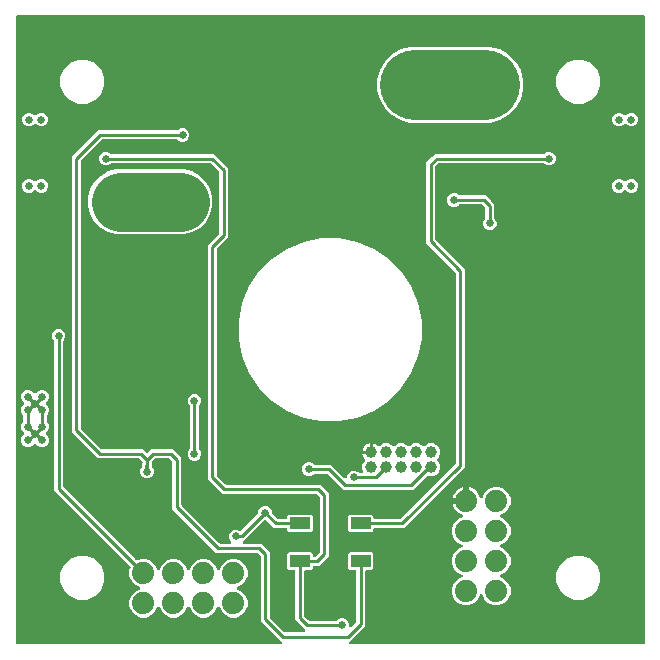
<source format=gbr>
G04 EAGLE Gerber RS-274X export*
G75*
%MOMM*%
%FSLAX34Y34*%
%LPD*%
%INTop Copper*%
%IPPOS*%
%AMOC8*
5,1,8,0,0,1.08239X$1,22.5*%
G01*
%ADD10C,5.016000*%
%ADD11C,5.916000*%
%ADD12R,1.651000X1.000000*%
%ADD13C,1.000000*%
%ADD14C,1.879600*%
%ADD15C,0.654800*%
%ADD16C,0.254000*%
%ADD17C,0.304800*%

G36*
X227953Y3748D02*
X227953Y3748D01*
X228092Y3761D01*
X228111Y3768D01*
X228131Y3771D01*
X228260Y3822D01*
X228391Y3869D01*
X228408Y3880D01*
X228427Y3888D01*
X228539Y3969D01*
X228655Y4047D01*
X228668Y4063D01*
X228684Y4074D01*
X228773Y4182D01*
X228865Y4286D01*
X228874Y4304D01*
X228887Y4319D01*
X228946Y4445D01*
X229010Y4569D01*
X229014Y4589D01*
X229023Y4607D01*
X229049Y4743D01*
X229079Y4879D01*
X229079Y4900D01*
X229083Y4920D01*
X229074Y5058D01*
X229070Y5197D01*
X229064Y5217D01*
X229063Y5237D01*
X229020Y5369D01*
X228981Y5503D01*
X228971Y5520D01*
X228965Y5539D01*
X228890Y5657D01*
X228820Y5777D01*
X228801Y5798D01*
X228795Y5808D01*
X228780Y5822D01*
X228713Y5898D01*
X211189Y23422D01*
X211189Y77896D01*
X211177Y77994D01*
X211174Y78093D01*
X211157Y78151D01*
X211149Y78211D01*
X211113Y78303D01*
X211085Y78399D01*
X211055Y78451D01*
X211032Y78507D01*
X210974Y78587D01*
X210924Y78672D01*
X210858Y78748D01*
X210846Y78764D01*
X210836Y78772D01*
X210818Y78793D01*
X208793Y80818D01*
X208715Y80878D01*
X208643Y80946D01*
X208590Y80975D01*
X208542Y81012D01*
X208451Y81052D01*
X208364Y81100D01*
X208306Y81115D01*
X208250Y81139D01*
X208152Y81154D01*
X208056Y81179D01*
X207956Y81185D01*
X207936Y81189D01*
X207924Y81187D01*
X207896Y81189D01*
X173422Y81189D01*
X136189Y118422D01*
X136189Y157896D01*
X136177Y157994D01*
X136174Y158093D01*
X136157Y158151D01*
X136149Y158211D01*
X136113Y158303D01*
X136085Y158399D01*
X136055Y158451D01*
X136032Y158507D01*
X135974Y158587D01*
X135924Y158672D01*
X135858Y158748D01*
X135846Y158764D01*
X135836Y158772D01*
X135818Y158793D01*
X133793Y160818D01*
X133715Y160878D01*
X133643Y160946D01*
X133590Y160975D01*
X133542Y161012D01*
X133451Y161052D01*
X133364Y161100D01*
X133306Y161115D01*
X133250Y161139D01*
X133152Y161154D01*
X133056Y161179D01*
X132956Y161185D01*
X132936Y161189D01*
X132924Y161187D01*
X132896Y161189D01*
X122104Y161189D01*
X122006Y161177D01*
X121907Y161174D01*
X121849Y161157D01*
X121789Y161149D01*
X121697Y161113D01*
X121601Y161085D01*
X121549Y161055D01*
X121493Y161032D01*
X121413Y160974D01*
X121328Y160924D01*
X121252Y160858D01*
X121236Y160846D01*
X121228Y160836D01*
X121207Y160818D01*
X119182Y158793D01*
X119122Y158715D01*
X119054Y158643D01*
X119025Y158590D01*
X118988Y158542D01*
X118948Y158451D01*
X118900Y158364D01*
X118885Y158306D01*
X118861Y158250D01*
X118846Y158152D01*
X118821Y158056D01*
X118815Y157956D01*
X118811Y157936D01*
X118813Y157924D01*
X118811Y157896D01*
X118811Y157463D01*
X118823Y157365D01*
X118826Y157266D01*
X118843Y157208D01*
X118851Y157148D01*
X118887Y157056D01*
X118915Y156961D01*
X118945Y156908D01*
X118968Y156852D01*
X119026Y156772D01*
X119065Y156706D01*
X119065Y154684D01*
X119077Y154586D01*
X119080Y154487D01*
X119097Y154429D01*
X119105Y154369D01*
X119141Y154277D01*
X119169Y154182D01*
X119199Y154129D01*
X119222Y154073D01*
X119280Y153993D01*
X119330Y153908D01*
X119396Y153832D01*
X119408Y153816D01*
X119418Y153808D01*
X119436Y153787D01*
X119930Y153294D01*
X120815Y151157D01*
X120815Y148843D01*
X119930Y146706D01*
X118294Y145070D01*
X116157Y144185D01*
X113843Y144185D01*
X111706Y145070D01*
X110070Y146706D01*
X109185Y148843D01*
X109185Y151157D01*
X110070Y153294D01*
X110564Y153787D01*
X110624Y153865D01*
X110692Y153937D01*
X110721Y153990D01*
X110758Y154038D01*
X110798Y154129D01*
X110846Y154216D01*
X110861Y154274D01*
X110885Y154330D01*
X110900Y154428D01*
X110925Y154524D01*
X110931Y154624D01*
X110935Y154644D01*
X110933Y154656D01*
X110935Y154684D01*
X110935Y156705D01*
X110946Y156716D01*
X110975Y156769D01*
X111012Y156817D01*
X111052Y156908D01*
X111100Y156995D01*
X111115Y157053D01*
X111139Y157109D01*
X111154Y157207D01*
X111179Y157303D01*
X111185Y157403D01*
X111189Y157423D01*
X111187Y157435D01*
X111189Y157463D01*
X111189Y157896D01*
X111177Y157994D01*
X111174Y158093D01*
X111157Y158151D01*
X111149Y158211D01*
X111113Y158303D01*
X111085Y158399D01*
X111055Y158451D01*
X111032Y158507D01*
X110974Y158587D01*
X110924Y158672D01*
X110858Y158748D01*
X110846Y158764D01*
X110836Y158772D01*
X110818Y158793D01*
X108793Y160818D01*
X108715Y160878D01*
X108643Y160946D01*
X108590Y160975D01*
X108542Y161012D01*
X108451Y161052D01*
X108364Y161100D01*
X108306Y161115D01*
X108250Y161139D01*
X108152Y161154D01*
X108056Y161179D01*
X107956Y161185D01*
X107936Y161189D01*
X107924Y161187D01*
X107896Y161189D01*
X73422Y161189D01*
X51189Y183422D01*
X51189Y416578D01*
X73422Y438811D01*
X140062Y438811D01*
X140160Y438823D01*
X140259Y438826D01*
X140317Y438843D01*
X140377Y438851D01*
X140469Y438887D01*
X140564Y438915D01*
X140617Y438945D01*
X140673Y438968D01*
X140753Y439026D01*
X140838Y439076D01*
X140914Y439142D01*
X140930Y439154D01*
X140938Y439164D01*
X140959Y439183D01*
X141706Y439930D01*
X143843Y440815D01*
X146157Y440815D01*
X148294Y439930D01*
X149930Y438294D01*
X150815Y436157D01*
X150815Y433843D01*
X149930Y431706D01*
X148294Y430070D01*
X146157Y429185D01*
X143843Y429185D01*
X141706Y430070D01*
X140959Y430817D01*
X140881Y430878D01*
X140809Y430946D01*
X140756Y430975D01*
X140708Y431012D01*
X140617Y431052D01*
X140530Y431100D01*
X140472Y431115D01*
X140416Y431139D01*
X140318Y431154D01*
X140222Y431179D01*
X140122Y431185D01*
X140102Y431189D01*
X140090Y431187D01*
X140062Y431189D01*
X77104Y431189D01*
X77006Y431177D01*
X76907Y431174D01*
X76849Y431157D01*
X76789Y431149D01*
X76697Y431113D01*
X76601Y431085D01*
X76549Y431055D01*
X76493Y431032D01*
X76413Y430974D01*
X76328Y430924D01*
X76252Y430858D01*
X76236Y430846D01*
X76228Y430836D01*
X76207Y430818D01*
X59182Y413793D01*
X59122Y413715D01*
X59054Y413643D01*
X59025Y413590D01*
X58988Y413542D01*
X58948Y413451D01*
X58900Y413364D01*
X58885Y413306D01*
X58861Y413250D01*
X58846Y413152D01*
X58821Y413056D01*
X58815Y412956D01*
X58811Y412936D01*
X58813Y412924D01*
X58811Y412896D01*
X58811Y187104D01*
X58823Y187006D01*
X58826Y186907D01*
X58843Y186849D01*
X58851Y186789D01*
X58887Y186697D01*
X58915Y186601D01*
X58945Y186549D01*
X58968Y186493D01*
X59026Y186413D01*
X59076Y186328D01*
X59142Y186252D01*
X59154Y186236D01*
X59164Y186228D01*
X59182Y186207D01*
X76207Y169182D01*
X76285Y169122D01*
X76357Y169054D01*
X76410Y169025D01*
X76458Y168988D01*
X76549Y168948D01*
X76636Y168900D01*
X76694Y168885D01*
X76750Y168861D01*
X76848Y168846D01*
X76944Y168821D01*
X77044Y168815D01*
X77064Y168811D01*
X77076Y168813D01*
X77104Y168811D01*
X111578Y168811D01*
X114103Y166287D01*
X114197Y166214D01*
X114286Y166135D01*
X114322Y166117D01*
X114354Y166092D01*
X114463Y166044D01*
X114569Y165990D01*
X114608Y165981D01*
X114646Y165965D01*
X114763Y165947D01*
X114879Y165921D01*
X114920Y165922D01*
X114960Y165916D01*
X115078Y165927D01*
X115197Y165930D01*
X115236Y165942D01*
X115276Y165945D01*
X115388Y165986D01*
X115503Y166019D01*
X115538Y166039D01*
X115576Y166053D01*
X115674Y166120D01*
X115777Y166180D01*
X115822Y166220D01*
X115839Y166232D01*
X115852Y166247D01*
X115898Y166287D01*
X118422Y168811D01*
X136578Y168811D01*
X143811Y161578D01*
X143811Y122104D01*
X143823Y122006D01*
X143826Y121907D01*
X143843Y121849D01*
X143851Y121789D01*
X143887Y121697D01*
X143915Y121601D01*
X143945Y121549D01*
X143968Y121493D01*
X144026Y121413D01*
X144076Y121328D01*
X144142Y121252D01*
X144154Y121236D01*
X144164Y121228D01*
X144182Y121207D01*
X176207Y89182D01*
X176285Y89122D01*
X176357Y89054D01*
X176410Y89025D01*
X176458Y88988D01*
X176549Y88948D01*
X176636Y88900D01*
X176694Y88885D01*
X176750Y88861D01*
X176848Y88846D01*
X176944Y88821D01*
X177044Y88815D01*
X177064Y88811D01*
X177076Y88813D01*
X177104Y88811D01*
X184902Y88811D01*
X185040Y88828D01*
X185178Y88841D01*
X185197Y88848D01*
X185217Y88851D01*
X185346Y88902D01*
X185477Y88949D01*
X185494Y88960D01*
X185513Y88968D01*
X185625Y89049D01*
X185741Y89127D01*
X185754Y89143D01*
X185770Y89154D01*
X185859Y89262D01*
X185951Y89366D01*
X185960Y89384D01*
X185973Y89399D01*
X186032Y89525D01*
X186096Y89649D01*
X186100Y89669D01*
X186109Y89687D01*
X186135Y89824D01*
X186165Y89959D01*
X186165Y89980D01*
X186168Y89999D01*
X186160Y90138D01*
X186156Y90277D01*
X186150Y90297D01*
X186149Y90317D01*
X186106Y90449D01*
X186067Y90583D01*
X186057Y90600D01*
X186051Y90619D01*
X185976Y90737D01*
X185906Y90857D01*
X185887Y90878D01*
X185881Y90888D01*
X185866Y90902D01*
X185799Y90977D01*
X185070Y91706D01*
X184185Y93843D01*
X184185Y96157D01*
X185070Y98294D01*
X186706Y99930D01*
X188843Y100815D01*
X191157Y100815D01*
X193392Y99889D01*
X193420Y99881D01*
X193446Y99868D01*
X193573Y99839D01*
X193698Y99805D01*
X193728Y99805D01*
X193757Y99798D01*
X193887Y99802D01*
X194016Y99800D01*
X194045Y99807D01*
X194075Y99808D01*
X194199Y99844D01*
X194326Y99874D01*
X194352Y99888D01*
X194380Y99896D01*
X194492Y99962D01*
X194607Y100023D01*
X194629Y100043D01*
X194654Y100058D01*
X194775Y100164D01*
X208814Y114203D01*
X208874Y114281D01*
X208942Y114353D01*
X208971Y114406D01*
X209008Y114454D01*
X209048Y114545D01*
X209096Y114632D01*
X209111Y114690D01*
X209135Y114746D01*
X209150Y114844D01*
X209175Y114940D01*
X209181Y115040D01*
X209185Y115060D01*
X209183Y115072D01*
X209185Y115100D01*
X209185Y116157D01*
X210070Y118294D01*
X211706Y119930D01*
X213843Y120815D01*
X216157Y120815D01*
X218294Y119930D01*
X219930Y118294D01*
X220815Y116157D01*
X220815Y115100D01*
X220827Y115002D01*
X220830Y114903D01*
X220847Y114845D01*
X220855Y114785D01*
X220891Y114693D01*
X220919Y114597D01*
X220949Y114545D01*
X220972Y114489D01*
X221030Y114409D01*
X221080Y114324D01*
X221146Y114248D01*
X221158Y114232D01*
X221168Y114224D01*
X221186Y114203D01*
X225207Y110182D01*
X225285Y110122D01*
X225357Y110054D01*
X225410Y110025D01*
X225458Y109988D01*
X225549Y109948D01*
X225636Y109900D01*
X225694Y109885D01*
X225750Y109861D01*
X225848Y109846D01*
X225944Y109821D01*
X226044Y109815D01*
X226064Y109811D01*
X226076Y109813D01*
X226104Y109811D01*
X232165Y109811D01*
X232283Y109826D01*
X232402Y109833D01*
X232440Y109846D01*
X232481Y109851D01*
X232591Y109894D01*
X232704Y109931D01*
X232739Y109953D01*
X232776Y109968D01*
X232872Y110037D01*
X232973Y110101D01*
X233001Y110131D01*
X233034Y110154D01*
X233110Y110246D01*
X233191Y110333D01*
X233211Y110368D01*
X233236Y110399D01*
X233287Y110507D01*
X233345Y110611D01*
X233355Y110651D01*
X233372Y110687D01*
X233394Y110804D01*
X233424Y110919D01*
X233428Y110979D01*
X233432Y110999D01*
X233430Y111020D01*
X233434Y111080D01*
X233434Y112052D01*
X234923Y113541D01*
X253537Y113541D01*
X255026Y112052D01*
X255026Y99948D01*
X253537Y98459D01*
X234923Y98459D01*
X233434Y99948D01*
X233434Y100920D01*
X233419Y101038D01*
X233412Y101157D01*
X233399Y101195D01*
X233394Y101236D01*
X233351Y101346D01*
X233314Y101459D01*
X233292Y101494D01*
X233277Y101531D01*
X233208Y101627D01*
X233144Y101728D01*
X233114Y101756D01*
X233091Y101789D01*
X232999Y101865D01*
X232912Y101946D01*
X232877Y101966D01*
X232846Y101991D01*
X232738Y102042D01*
X232634Y102100D01*
X232594Y102110D01*
X232558Y102127D01*
X232441Y102149D01*
X232326Y102179D01*
X232266Y102183D01*
X232246Y102187D01*
X232225Y102185D01*
X232165Y102189D01*
X222422Y102189D01*
X215898Y108713D01*
X215817Y108776D01*
X215754Y108835D01*
X215738Y108844D01*
X215714Y108865D01*
X215678Y108883D01*
X215646Y108908D01*
X215537Y108956D01*
X215517Y108966D01*
X215475Y108989D01*
X215468Y108991D01*
X215431Y109010D01*
X215392Y109019D01*
X215354Y109035D01*
X215237Y109053D01*
X215121Y109079D01*
X215080Y109078D01*
X215040Y109084D01*
X214922Y109073D01*
X214803Y109070D01*
X214764Y109058D01*
X214724Y109055D01*
X214680Y109039D01*
X214678Y109039D01*
X214665Y109033D01*
X214611Y109014D01*
X214497Y108981D01*
X214463Y108961D01*
X214424Y108947D01*
X214394Y108926D01*
X214382Y108922D01*
X214322Y108878D01*
X214223Y108820D01*
X214178Y108780D01*
X214161Y108768D01*
X214148Y108753D01*
X214136Y108743D01*
X214125Y108735D01*
X214119Y108728D01*
X214103Y108713D01*
X199182Y93793D01*
X196367Y90977D01*
X196281Y90868D01*
X196193Y90761D01*
X196184Y90742D01*
X196172Y90726D01*
X196116Y90598D01*
X196057Y90473D01*
X196053Y90453D01*
X196045Y90434D01*
X196023Y90296D01*
X195997Y90160D01*
X195999Y90140D01*
X195996Y90120D01*
X196009Y89981D01*
X196017Y89843D01*
X196023Y89824D01*
X196025Y89804D01*
X196073Y89672D01*
X196115Y89541D01*
X196126Y89523D01*
X196133Y89504D01*
X196211Y89389D01*
X196285Y89272D01*
X196300Y89258D01*
X196312Y89241D01*
X196416Y89149D01*
X196517Y89054D01*
X196535Y89044D01*
X196550Y89031D01*
X196674Y88967D01*
X196796Y88900D01*
X196815Y88895D01*
X196833Y88886D01*
X196969Y88856D01*
X197103Y88821D01*
X197132Y88819D01*
X197143Y88816D01*
X197164Y88817D01*
X197264Y88811D01*
X211578Y88811D01*
X218811Y81578D01*
X218811Y27104D01*
X218823Y27006D01*
X218826Y26907D01*
X218843Y26849D01*
X218851Y26789D01*
X218887Y26697D01*
X218915Y26601D01*
X218945Y26549D01*
X218968Y26493D01*
X219026Y26413D01*
X219076Y26328D01*
X219142Y26252D01*
X219154Y26236D01*
X219164Y26228D01*
X219182Y26207D01*
X231207Y14182D01*
X231285Y14122D01*
X231357Y14054D01*
X231410Y14025D01*
X231458Y13988D01*
X231549Y13948D01*
X231636Y13900D01*
X231694Y13885D01*
X231750Y13861D01*
X231848Y13846D01*
X231944Y13821D01*
X232044Y13815D01*
X232064Y13811D01*
X232076Y13813D01*
X232104Y13811D01*
X247736Y13811D01*
X247873Y13828D01*
X248012Y13841D01*
X248031Y13848D01*
X248051Y13851D01*
X248180Y13902D01*
X248311Y13949D01*
X248328Y13960D01*
X248347Y13968D01*
X248460Y14049D01*
X248575Y14127D01*
X248588Y14143D01*
X248604Y14154D01*
X248693Y14262D01*
X248785Y14366D01*
X248794Y14384D01*
X248807Y14399D01*
X248866Y14525D01*
X248930Y14649D01*
X248934Y14669D01*
X248943Y14687D01*
X248969Y14823D01*
X248999Y14959D01*
X248999Y14980D01*
X249003Y14999D01*
X248994Y15138D01*
X248990Y15277D01*
X248984Y15297D01*
X248983Y15317D01*
X248940Y15449D01*
X248901Y15583D01*
X248891Y15600D01*
X248885Y15619D01*
X248810Y15737D01*
X248740Y15857D01*
X248721Y15878D01*
X248715Y15888D01*
X248700Y15902D01*
X248633Y15977D01*
X245818Y18793D01*
X240419Y24192D01*
X240419Y65190D01*
X240404Y65308D01*
X240397Y65427D01*
X240384Y65465D01*
X240379Y65506D01*
X240336Y65616D01*
X240299Y65729D01*
X240277Y65764D01*
X240262Y65801D01*
X240193Y65897D01*
X240129Y65998D01*
X240099Y66026D01*
X240076Y66059D01*
X239984Y66135D01*
X239897Y66216D01*
X239862Y66236D01*
X239831Y66261D01*
X239723Y66312D01*
X239619Y66370D01*
X239579Y66380D01*
X239543Y66397D01*
X239426Y66419D01*
X239311Y66449D01*
X239251Y66453D01*
X239231Y66457D01*
X239210Y66455D01*
X239150Y66459D01*
X234923Y66459D01*
X233434Y67948D01*
X233434Y80052D01*
X234923Y81541D01*
X253537Y81541D01*
X255026Y80052D01*
X255026Y79080D01*
X255041Y78962D01*
X255048Y78843D01*
X255061Y78805D01*
X255066Y78764D01*
X255109Y78654D01*
X255146Y78541D01*
X255168Y78506D01*
X255183Y78469D01*
X255252Y78373D01*
X255316Y78272D01*
X255346Y78244D01*
X255369Y78211D01*
X255461Y78135D01*
X255548Y78054D01*
X255583Y78034D01*
X255614Y78009D01*
X255722Y77958D01*
X255826Y77900D01*
X255866Y77890D01*
X255902Y77873D01*
X256019Y77851D01*
X256134Y77821D01*
X256194Y77817D01*
X256214Y77813D01*
X256235Y77815D01*
X256295Y77811D01*
X256896Y77811D01*
X256994Y77823D01*
X257093Y77826D01*
X257151Y77843D01*
X257211Y77851D01*
X257303Y77887D01*
X257399Y77915D01*
X257451Y77945D01*
X257507Y77968D01*
X257587Y78026D01*
X257672Y78076D01*
X257748Y78142D01*
X257764Y78154D01*
X257772Y78164D01*
X257793Y78182D01*
X260818Y81207D01*
X260878Y81285D01*
X260946Y81357D01*
X260975Y81410D01*
X261012Y81458D01*
X261052Y81549D01*
X261100Y81636D01*
X261115Y81694D01*
X261139Y81750D01*
X261154Y81848D01*
X261179Y81944D01*
X261185Y82044D01*
X261189Y82064D01*
X261187Y82076D01*
X261189Y82104D01*
X261189Y127896D01*
X261177Y127994D01*
X261174Y128093D01*
X261157Y128151D01*
X261149Y128211D01*
X261113Y128303D01*
X261085Y128399D01*
X261055Y128451D01*
X261032Y128507D01*
X260974Y128587D01*
X260924Y128672D01*
X260858Y128748D01*
X260846Y128764D01*
X260836Y128772D01*
X260818Y128793D01*
X258793Y130818D01*
X258715Y130878D01*
X258643Y130946D01*
X258590Y130975D01*
X258542Y131012D01*
X258451Y131052D01*
X258364Y131100D01*
X258306Y131115D01*
X258250Y131139D01*
X258152Y131154D01*
X258056Y131179D01*
X257956Y131185D01*
X257936Y131189D01*
X257924Y131187D01*
X257896Y131189D01*
X178422Y131189D01*
X166189Y143422D01*
X166189Y341578D01*
X175818Y351207D01*
X175878Y351285D01*
X175946Y351357D01*
X175975Y351410D01*
X176012Y351458D01*
X176052Y351549D01*
X176100Y351636D01*
X176115Y351694D01*
X176139Y351750D01*
X176154Y351848D01*
X176179Y351944D01*
X176185Y352044D01*
X176189Y352064D01*
X176187Y352076D01*
X176189Y352104D01*
X176189Y402896D01*
X176177Y402994D01*
X176174Y403093D01*
X176157Y403151D01*
X176149Y403211D01*
X176113Y403303D01*
X176085Y403399D01*
X176055Y403451D01*
X176032Y403507D01*
X175974Y403587D01*
X175924Y403672D01*
X175858Y403748D01*
X175846Y403764D01*
X175836Y403772D01*
X175818Y403793D01*
X168793Y410818D01*
X168715Y410878D01*
X168643Y410946D01*
X168590Y410975D01*
X168542Y411012D01*
X168451Y411052D01*
X168364Y411100D01*
X168306Y411115D01*
X168250Y411139D01*
X168152Y411154D01*
X168056Y411179D01*
X167956Y411185D01*
X167936Y411189D01*
X167924Y411187D01*
X167896Y411189D01*
X84938Y411189D01*
X84840Y411177D01*
X84741Y411174D01*
X84683Y411157D01*
X84623Y411149D01*
X84531Y411113D01*
X84436Y411085D01*
X84383Y411055D01*
X84327Y411032D01*
X84247Y410974D01*
X84162Y410924D01*
X84086Y410858D01*
X84070Y410846D01*
X84062Y410836D01*
X84041Y410817D01*
X83294Y410070D01*
X81157Y409185D01*
X78843Y409185D01*
X76706Y410070D01*
X75070Y411706D01*
X74185Y413843D01*
X74185Y416157D01*
X75070Y418294D01*
X76706Y419930D01*
X78843Y420815D01*
X81157Y420815D01*
X83294Y419930D01*
X84041Y419183D01*
X84119Y419122D01*
X84191Y419054D01*
X84244Y419025D01*
X84292Y418988D01*
X84383Y418948D01*
X84470Y418900D01*
X84528Y418885D01*
X84584Y418861D01*
X84682Y418846D01*
X84778Y418821D01*
X84878Y418815D01*
X84898Y418811D01*
X84910Y418813D01*
X84938Y418811D01*
X171578Y418811D01*
X183811Y406578D01*
X183811Y348422D01*
X174182Y338793D01*
X174122Y338715D01*
X174054Y338643D01*
X174025Y338590D01*
X173988Y338542D01*
X173948Y338451D01*
X173900Y338364D01*
X173885Y338306D01*
X173861Y338250D01*
X173846Y338152D01*
X173821Y338056D01*
X173815Y337956D01*
X173811Y337936D01*
X173813Y337924D01*
X173811Y337896D01*
X173811Y147104D01*
X173823Y147006D01*
X173826Y146907D01*
X173843Y146849D01*
X173851Y146789D01*
X173887Y146697D01*
X173915Y146601D01*
X173945Y146549D01*
X173968Y146493D01*
X174026Y146413D01*
X174076Y146328D01*
X174142Y146252D01*
X174154Y146236D01*
X174164Y146228D01*
X174182Y146207D01*
X181207Y139182D01*
X181285Y139122D01*
X181357Y139054D01*
X181410Y139025D01*
X181458Y138988D01*
X181549Y138948D01*
X181636Y138900D01*
X181694Y138885D01*
X181750Y138861D01*
X181848Y138846D01*
X181944Y138821D01*
X182044Y138815D01*
X182064Y138811D01*
X182076Y138813D01*
X182104Y138811D01*
X261578Y138811D01*
X268811Y131578D01*
X268811Y78422D01*
X260578Y70189D01*
X256295Y70189D01*
X256177Y70174D01*
X256058Y70167D01*
X256020Y70154D01*
X255979Y70149D01*
X255869Y70106D01*
X255756Y70069D01*
X255721Y70047D01*
X255684Y70032D01*
X255588Y69963D01*
X255487Y69899D01*
X255459Y69869D01*
X255426Y69846D01*
X255350Y69754D01*
X255269Y69667D01*
X255249Y69632D01*
X255224Y69601D01*
X255173Y69493D01*
X255115Y69389D01*
X255105Y69349D01*
X255088Y69313D01*
X255066Y69196D01*
X255036Y69081D01*
X255032Y69021D01*
X255028Y69001D01*
X255030Y68980D01*
X255026Y68920D01*
X255026Y67948D01*
X253537Y66459D01*
X249310Y66459D01*
X249192Y66444D01*
X249073Y66437D01*
X249035Y66424D01*
X248994Y66419D01*
X248884Y66376D01*
X248771Y66339D01*
X248736Y66317D01*
X248699Y66302D01*
X248603Y66233D01*
X248502Y66169D01*
X248474Y66139D01*
X248441Y66116D01*
X248365Y66024D01*
X248284Y65937D01*
X248264Y65902D01*
X248239Y65871D01*
X248188Y65763D01*
X248130Y65659D01*
X248120Y65619D01*
X248103Y65583D01*
X248081Y65466D01*
X248051Y65351D01*
X248047Y65291D01*
X248043Y65271D01*
X248045Y65250D01*
X248041Y65190D01*
X248041Y27874D01*
X248053Y27776D01*
X248056Y27677D01*
X248073Y27619D01*
X248081Y27559D01*
X248117Y27467D01*
X248145Y27371D01*
X248175Y27319D01*
X248198Y27263D01*
X248256Y27183D01*
X248306Y27098D01*
X248372Y27022D01*
X248384Y27006D01*
X248394Y26998D01*
X248412Y26977D01*
X251207Y24182D01*
X251285Y24122D01*
X251357Y24054D01*
X251410Y24025D01*
X251458Y23988D01*
X251549Y23948D01*
X251636Y23900D01*
X251694Y23885D01*
X251750Y23861D01*
X251848Y23846D01*
X251944Y23821D01*
X252044Y23815D01*
X252064Y23811D01*
X252076Y23813D01*
X252104Y23811D01*
X275062Y23811D01*
X275160Y23823D01*
X275259Y23826D01*
X275317Y23843D01*
X275377Y23851D01*
X275469Y23887D01*
X275564Y23915D01*
X275617Y23945D01*
X275673Y23968D01*
X275753Y24026D01*
X275838Y24076D01*
X275914Y24142D01*
X275930Y24154D01*
X275938Y24164D01*
X275959Y24182D01*
X276706Y24930D01*
X278843Y25815D01*
X281157Y25815D01*
X283294Y24930D01*
X284930Y23294D01*
X285815Y21157D01*
X285815Y19268D01*
X285832Y19131D01*
X285845Y18992D01*
X285852Y18973D01*
X285855Y18953D01*
X285906Y18824D01*
X285953Y18693D01*
X285964Y18676D01*
X285972Y18657D01*
X286053Y18544D01*
X286131Y18429D01*
X286147Y18416D01*
X286158Y18400D01*
X286266Y18311D01*
X286370Y18219D01*
X286388Y18210D01*
X286403Y18197D01*
X286529Y18138D01*
X286653Y18074D01*
X286673Y18070D01*
X286691Y18061D01*
X286827Y18035D01*
X286963Y18005D01*
X286984Y18005D01*
X287003Y18001D01*
X287142Y18010D01*
X287281Y18014D01*
X287301Y18020D01*
X287321Y18021D01*
X287453Y18064D01*
X287587Y18103D01*
X287604Y18113D01*
X287623Y18119D01*
X287741Y18194D01*
X287861Y18264D01*
X287882Y18283D01*
X287892Y18289D01*
X287906Y18304D01*
X287981Y18371D01*
X291588Y21977D01*
X291648Y22055D01*
X291716Y22127D01*
X291745Y22180D01*
X291782Y22228D01*
X291822Y22319D01*
X291870Y22406D01*
X291885Y22464D01*
X291909Y22520D01*
X291924Y22618D01*
X291949Y22714D01*
X291955Y22814D01*
X291959Y22834D01*
X291957Y22846D01*
X291959Y22874D01*
X291959Y65190D01*
X291944Y65308D01*
X291937Y65427D01*
X291924Y65465D01*
X291919Y65506D01*
X291876Y65616D01*
X291839Y65729D01*
X291817Y65764D01*
X291802Y65801D01*
X291733Y65897D01*
X291669Y65998D01*
X291639Y66026D01*
X291616Y66059D01*
X291524Y66135D01*
X291437Y66216D01*
X291402Y66236D01*
X291371Y66261D01*
X291263Y66312D01*
X291159Y66370D01*
X291119Y66380D01*
X291083Y66397D01*
X290966Y66419D01*
X290851Y66449D01*
X290791Y66453D01*
X290771Y66457D01*
X290750Y66455D01*
X290690Y66459D01*
X286463Y66459D01*
X284974Y67948D01*
X284974Y80052D01*
X286463Y81541D01*
X305077Y81541D01*
X306566Y80052D01*
X306566Y67948D01*
X305077Y66459D01*
X300850Y66459D01*
X300732Y66444D01*
X300613Y66437D01*
X300575Y66424D01*
X300534Y66419D01*
X300424Y66376D01*
X300311Y66339D01*
X300276Y66317D01*
X300239Y66302D01*
X300143Y66233D01*
X300042Y66169D01*
X300014Y66139D01*
X299981Y66116D01*
X299905Y66024D01*
X299824Y65937D01*
X299804Y65902D01*
X299779Y65871D01*
X299728Y65763D01*
X299670Y65659D01*
X299660Y65619D01*
X299643Y65583D01*
X299621Y65466D01*
X299591Y65351D01*
X299587Y65291D01*
X299583Y65271D01*
X299585Y65250D01*
X299581Y65190D01*
X299581Y19192D01*
X289182Y8793D01*
X286287Y5898D01*
X286201Y5788D01*
X286113Y5681D01*
X286104Y5662D01*
X286092Y5646D01*
X286036Y5518D01*
X285977Y5393D01*
X285973Y5373D01*
X285965Y5354D01*
X285943Y5216D01*
X285917Y5081D01*
X285919Y5060D01*
X285916Y5040D01*
X285929Y4901D01*
X285937Y4763D01*
X285943Y4744D01*
X285945Y4724D01*
X285993Y4592D01*
X286035Y4461D01*
X286046Y4443D01*
X286053Y4424D01*
X286131Y4309D01*
X286205Y4192D01*
X286220Y4178D01*
X286232Y4161D01*
X286336Y4069D01*
X286437Y3974D01*
X286455Y3964D01*
X286470Y3951D01*
X286594Y3887D01*
X286716Y3820D01*
X286735Y3815D01*
X286753Y3806D01*
X286889Y3776D01*
X287023Y3741D01*
X287052Y3739D01*
X287064Y3737D01*
X287084Y3737D01*
X287184Y3731D01*
X535000Y3731D01*
X535118Y3746D01*
X535237Y3753D01*
X535275Y3766D01*
X535316Y3771D01*
X535426Y3814D01*
X535539Y3851D01*
X535574Y3873D01*
X535611Y3888D01*
X535707Y3958D01*
X535808Y4021D01*
X535836Y4051D01*
X535869Y4074D01*
X535945Y4166D01*
X536026Y4253D01*
X536046Y4288D01*
X536071Y4319D01*
X536122Y4427D01*
X536180Y4531D01*
X536190Y4571D01*
X536207Y4607D01*
X536229Y4724D01*
X536259Y4839D01*
X536263Y4900D01*
X536267Y4920D01*
X536265Y4940D01*
X536269Y5000D01*
X536269Y535000D01*
X536254Y535118D01*
X536247Y535237D01*
X536234Y535275D01*
X536229Y535316D01*
X536186Y535426D01*
X536149Y535539D01*
X536127Y535574D01*
X536112Y535611D01*
X536043Y535707D01*
X535979Y535808D01*
X535949Y535836D01*
X535926Y535869D01*
X535834Y535945D01*
X535747Y536026D01*
X535712Y536046D01*
X535681Y536071D01*
X535573Y536122D01*
X535469Y536180D01*
X535429Y536190D01*
X535393Y536207D01*
X535276Y536229D01*
X535161Y536259D01*
X535101Y536263D01*
X535081Y536267D01*
X535060Y536265D01*
X535000Y536269D01*
X5000Y536269D01*
X4882Y536254D01*
X4763Y536247D01*
X4725Y536234D01*
X4684Y536229D01*
X4574Y536186D01*
X4461Y536149D01*
X4426Y536127D01*
X4389Y536112D01*
X4293Y536043D01*
X4192Y535979D01*
X4164Y535949D01*
X4131Y535926D01*
X4056Y535834D01*
X3974Y535747D01*
X3954Y535712D01*
X3929Y535681D01*
X3878Y535573D01*
X3820Y535469D01*
X3810Y535429D01*
X3793Y535393D01*
X3771Y535276D01*
X3741Y535161D01*
X3737Y535101D01*
X3733Y535081D01*
X3735Y535060D01*
X3731Y535000D01*
X3731Y5000D01*
X3746Y4882D01*
X3753Y4763D01*
X3766Y4725D01*
X3771Y4684D01*
X3814Y4574D01*
X3851Y4461D01*
X3873Y4426D01*
X3888Y4389D01*
X3958Y4293D01*
X4021Y4192D01*
X4051Y4164D01*
X4074Y4131D01*
X4166Y4056D01*
X4253Y3974D01*
X4288Y3954D01*
X4319Y3929D01*
X4427Y3878D01*
X4531Y3820D01*
X4571Y3810D01*
X4607Y3793D01*
X4724Y3771D01*
X4839Y3741D01*
X4900Y3737D01*
X4920Y3733D01*
X4940Y3735D01*
X5000Y3731D01*
X227816Y3731D01*
X227953Y3748D01*
G37*
%LPC*%
G36*
X262363Y192459D02*
X262363Y192459D01*
X247382Y195439D01*
X233271Y201284D01*
X220571Y209770D01*
X209770Y220571D01*
X201284Y233271D01*
X195439Y247382D01*
X192459Y262363D01*
X192459Y277637D01*
X195439Y292618D01*
X201284Y306729D01*
X209770Y319429D01*
X220571Y330230D01*
X233271Y338716D01*
X247382Y344561D01*
X262363Y347541D01*
X277637Y347541D01*
X292618Y344561D01*
X306729Y338716D01*
X319429Y330230D01*
X330230Y319429D01*
X338716Y306729D01*
X344561Y292618D01*
X347541Y277637D01*
X347541Y262363D01*
X344561Y247382D01*
X338716Y233271D01*
X330230Y220571D01*
X319429Y209770D01*
X306729Y201284D01*
X292618Y195439D01*
X277637Y192459D01*
X262363Y192459D01*
G37*
%LPD*%
%LPC*%
G36*
X337791Y445279D02*
X337791Y445279D01*
X329622Y447468D01*
X322297Y451697D01*
X316317Y457677D01*
X312088Y465002D01*
X309899Y473171D01*
X309899Y481629D01*
X312088Y489798D01*
X316317Y497123D01*
X322297Y503103D01*
X329622Y507332D01*
X337791Y509521D01*
X405409Y509521D01*
X413578Y507332D01*
X420903Y503103D01*
X426883Y497123D01*
X431112Y489798D01*
X433301Y481629D01*
X433301Y473171D01*
X431112Y465002D01*
X426883Y457677D01*
X420903Y451697D01*
X413578Y447468D01*
X405409Y445279D01*
X337791Y445279D01*
G37*
%LPD*%
%LPC*%
G36*
X109525Y26361D02*
X109525Y26361D01*
X105137Y28179D01*
X101779Y31537D01*
X99961Y35925D01*
X99961Y40675D01*
X101779Y45063D01*
X105137Y48421D01*
X108532Y49827D01*
X108653Y49896D01*
X108776Y49961D01*
X108791Y49975D01*
X108808Y49985D01*
X108908Y50082D01*
X109011Y50175D01*
X109022Y50192D01*
X109037Y50206D01*
X109109Y50324D01*
X109186Y50441D01*
X109192Y50460D01*
X109203Y50477D01*
X109244Y50610D01*
X109289Y50742D01*
X109291Y50762D01*
X109297Y50781D01*
X109303Y50920D01*
X109314Y51059D01*
X109311Y51079D01*
X109312Y51099D01*
X109284Y51235D01*
X109260Y51372D01*
X109252Y51391D01*
X109248Y51410D01*
X109186Y51535D01*
X109129Y51662D01*
X109117Y51678D01*
X109108Y51696D01*
X109017Y51802D01*
X108931Y51910D01*
X108915Y51923D01*
X108901Y51938D01*
X108788Y52018D01*
X108677Y52102D01*
X108651Y52114D01*
X108641Y52121D01*
X108622Y52128D01*
X108532Y52173D01*
X105137Y53579D01*
X101779Y56937D01*
X99961Y61325D01*
X99961Y66075D01*
X100859Y68243D01*
X100867Y68272D01*
X100881Y68298D01*
X100909Y68425D01*
X100943Y68550D01*
X100944Y68580D01*
X100950Y68608D01*
X100946Y68738D01*
X100948Y68868D01*
X100942Y68897D01*
X100941Y68926D01*
X100905Y69051D01*
X100874Y69177D01*
X100860Y69203D01*
X100852Y69232D01*
X100786Y69343D01*
X100726Y69458D01*
X100706Y69480D01*
X100691Y69506D01*
X100584Y69626D01*
X36189Y134022D01*
X36189Y260062D01*
X36177Y260160D01*
X36174Y260259D01*
X36157Y260317D01*
X36149Y260377D01*
X36113Y260469D01*
X36085Y260564D01*
X36055Y260617D01*
X36032Y260673D01*
X35974Y260753D01*
X35924Y260838D01*
X35858Y260914D01*
X35846Y260930D01*
X35836Y260938D01*
X35818Y260959D01*
X35070Y261706D01*
X34185Y263843D01*
X34185Y266157D01*
X35070Y268294D01*
X36706Y269930D01*
X38843Y270815D01*
X41157Y270815D01*
X43294Y269930D01*
X44930Y268294D01*
X45815Y266157D01*
X45815Y263843D01*
X44930Y261706D01*
X44182Y260959D01*
X44122Y260881D01*
X44054Y260809D01*
X44025Y260756D01*
X43988Y260708D01*
X43948Y260617D01*
X43900Y260530D01*
X43885Y260472D01*
X43861Y260416D01*
X43846Y260318D01*
X43821Y260222D01*
X43815Y260122D01*
X43811Y260102D01*
X43813Y260090D01*
X43811Y260062D01*
X43811Y137704D01*
X43823Y137606D01*
X43826Y137507D01*
X43843Y137449D01*
X43851Y137389D01*
X43887Y137297D01*
X43915Y137201D01*
X43945Y137149D01*
X43968Y137093D01*
X44026Y137013D01*
X44076Y136928D01*
X44142Y136852D01*
X44154Y136836D01*
X44164Y136828D01*
X44182Y136807D01*
X105974Y75016D01*
X105997Y74998D01*
X106016Y74975D01*
X106122Y74900D01*
X106225Y74821D01*
X106252Y74809D01*
X106276Y74792D01*
X106397Y74746D01*
X106517Y74694D01*
X106546Y74690D01*
X106573Y74679D01*
X106702Y74665D01*
X106831Y74645D01*
X106860Y74647D01*
X106889Y74644D01*
X107018Y74662D01*
X107147Y74674D01*
X107175Y74684D01*
X107204Y74688D01*
X107357Y74741D01*
X109525Y75639D01*
X114275Y75639D01*
X118663Y73821D01*
X122021Y70463D01*
X123427Y67068D01*
X123496Y66947D01*
X123561Y66824D01*
X123575Y66809D01*
X123585Y66792D01*
X123682Y66692D01*
X123775Y66589D01*
X123792Y66578D01*
X123806Y66563D01*
X123924Y66491D01*
X124041Y66414D01*
X124060Y66408D01*
X124077Y66397D01*
X124210Y66356D01*
X124342Y66311D01*
X124362Y66309D01*
X124381Y66303D01*
X124520Y66297D01*
X124659Y66286D01*
X124679Y66289D01*
X124699Y66288D01*
X124835Y66316D01*
X124972Y66340D01*
X124991Y66348D01*
X125010Y66352D01*
X125135Y66414D01*
X125262Y66471D01*
X125278Y66483D01*
X125296Y66492D01*
X125402Y66583D01*
X125510Y66669D01*
X125523Y66685D01*
X125538Y66699D01*
X125618Y66812D01*
X125702Y66923D01*
X125714Y66949D01*
X125721Y66959D01*
X125728Y66978D01*
X125773Y67068D01*
X127179Y70463D01*
X130537Y73821D01*
X134925Y75639D01*
X139675Y75639D01*
X144063Y73821D01*
X147421Y70463D01*
X148827Y67068D01*
X148896Y66947D01*
X148961Y66824D01*
X148975Y66809D01*
X148985Y66792D01*
X149082Y66692D01*
X149175Y66589D01*
X149192Y66578D01*
X149206Y66563D01*
X149324Y66491D01*
X149441Y66414D01*
X149460Y66408D01*
X149477Y66397D01*
X149610Y66356D01*
X149742Y66311D01*
X149762Y66309D01*
X149781Y66303D01*
X149920Y66297D01*
X150059Y66286D01*
X150079Y66289D01*
X150099Y66288D01*
X150235Y66316D01*
X150372Y66340D01*
X150391Y66348D01*
X150410Y66352D01*
X150535Y66414D01*
X150662Y66471D01*
X150678Y66483D01*
X150696Y66492D01*
X150802Y66583D01*
X150910Y66669D01*
X150923Y66685D01*
X150938Y66699D01*
X151018Y66812D01*
X151102Y66923D01*
X151114Y66949D01*
X151121Y66959D01*
X151128Y66978D01*
X151173Y67068D01*
X152579Y70463D01*
X155937Y73821D01*
X160325Y75639D01*
X165075Y75639D01*
X169463Y73821D01*
X172821Y70463D01*
X174227Y67068D01*
X174296Y66947D01*
X174361Y66824D01*
X174375Y66809D01*
X174385Y66792D01*
X174482Y66692D01*
X174575Y66589D01*
X174592Y66578D01*
X174606Y66563D01*
X174724Y66491D01*
X174841Y66414D01*
X174860Y66408D01*
X174877Y66397D01*
X175010Y66356D01*
X175142Y66311D01*
X175162Y66309D01*
X175181Y66303D01*
X175320Y66297D01*
X175459Y66286D01*
X175479Y66289D01*
X175499Y66288D01*
X175635Y66316D01*
X175772Y66340D01*
X175791Y66348D01*
X175810Y66352D01*
X175935Y66414D01*
X176062Y66471D01*
X176078Y66483D01*
X176096Y66492D01*
X176202Y66583D01*
X176310Y66669D01*
X176323Y66685D01*
X176338Y66699D01*
X176418Y66812D01*
X176502Y66923D01*
X176514Y66949D01*
X176521Y66959D01*
X176528Y66978D01*
X176573Y67068D01*
X177979Y70463D01*
X181337Y73821D01*
X185725Y75639D01*
X190475Y75639D01*
X194863Y73821D01*
X198221Y70463D01*
X200039Y66075D01*
X200039Y61325D01*
X198221Y56937D01*
X194863Y53579D01*
X191468Y52173D01*
X191347Y52104D01*
X191224Y52039D01*
X191209Y52025D01*
X191192Y52015D01*
X191092Y51918D01*
X190989Y51825D01*
X190978Y51808D01*
X190963Y51794D01*
X190891Y51675D01*
X190814Y51559D01*
X190808Y51540D01*
X190797Y51523D01*
X190756Y51390D01*
X190711Y51258D01*
X190709Y51238D01*
X190703Y51219D01*
X190697Y51080D01*
X190686Y50941D01*
X190689Y50921D01*
X190688Y50901D01*
X190716Y50765D01*
X190740Y50628D01*
X190748Y50609D01*
X190752Y50590D01*
X190814Y50464D01*
X190871Y50338D01*
X190883Y50322D01*
X190892Y50304D01*
X190983Y50198D01*
X191069Y50090D01*
X191085Y50077D01*
X191099Y50062D01*
X191212Y49982D01*
X191323Y49898D01*
X191349Y49886D01*
X191359Y49879D01*
X191378Y49872D01*
X191468Y49827D01*
X194863Y48421D01*
X198221Y45063D01*
X200039Y40675D01*
X200039Y35925D01*
X198221Y31537D01*
X194863Y28179D01*
X190475Y26361D01*
X185725Y26361D01*
X181337Y28179D01*
X177979Y31537D01*
X176573Y34932D01*
X176504Y35053D01*
X176439Y35176D01*
X176425Y35191D01*
X176415Y35208D01*
X176318Y35308D01*
X176225Y35411D01*
X176208Y35422D01*
X176194Y35437D01*
X176075Y35509D01*
X175959Y35586D01*
X175940Y35592D01*
X175923Y35603D01*
X175790Y35644D01*
X175658Y35689D01*
X175638Y35691D01*
X175619Y35697D01*
X175480Y35703D01*
X175341Y35714D01*
X175321Y35711D01*
X175301Y35712D01*
X175165Y35684D01*
X175028Y35660D01*
X175009Y35652D01*
X174990Y35648D01*
X174864Y35586D01*
X174738Y35529D01*
X174722Y35517D01*
X174704Y35508D01*
X174598Y35417D01*
X174490Y35331D01*
X174477Y35315D01*
X174462Y35301D01*
X174382Y35188D01*
X174298Y35077D01*
X174286Y35051D01*
X174279Y35041D01*
X174272Y35022D01*
X174227Y34932D01*
X172821Y31537D01*
X169463Y28179D01*
X165075Y26361D01*
X160325Y26361D01*
X155937Y28179D01*
X152579Y31537D01*
X151173Y34932D01*
X151104Y35053D01*
X151039Y35176D01*
X151025Y35191D01*
X151015Y35208D01*
X150918Y35308D01*
X150825Y35411D01*
X150808Y35422D01*
X150794Y35437D01*
X150675Y35509D01*
X150559Y35586D01*
X150540Y35592D01*
X150523Y35603D01*
X150390Y35644D01*
X150258Y35689D01*
X150238Y35691D01*
X150219Y35697D01*
X150080Y35703D01*
X149941Y35714D01*
X149921Y35711D01*
X149901Y35712D01*
X149765Y35684D01*
X149628Y35660D01*
X149609Y35652D01*
X149590Y35648D01*
X149464Y35586D01*
X149338Y35529D01*
X149322Y35517D01*
X149304Y35508D01*
X149198Y35417D01*
X149090Y35331D01*
X149077Y35315D01*
X149062Y35301D01*
X148982Y35188D01*
X148898Y35077D01*
X148886Y35051D01*
X148879Y35041D01*
X148872Y35022D01*
X148827Y34932D01*
X147421Y31537D01*
X144063Y28179D01*
X139675Y26361D01*
X134925Y26361D01*
X130537Y28179D01*
X127179Y31537D01*
X125773Y34932D01*
X125704Y35053D01*
X125639Y35176D01*
X125625Y35191D01*
X125615Y35208D01*
X125518Y35308D01*
X125425Y35411D01*
X125408Y35422D01*
X125394Y35437D01*
X125275Y35509D01*
X125159Y35586D01*
X125140Y35592D01*
X125123Y35603D01*
X124990Y35644D01*
X124858Y35689D01*
X124838Y35691D01*
X124819Y35697D01*
X124680Y35703D01*
X124541Y35714D01*
X124521Y35711D01*
X124501Y35712D01*
X124365Y35684D01*
X124228Y35660D01*
X124209Y35652D01*
X124190Y35648D01*
X124064Y35586D01*
X123938Y35529D01*
X123922Y35517D01*
X123904Y35508D01*
X123798Y35417D01*
X123690Y35331D01*
X123677Y35315D01*
X123662Y35301D01*
X123582Y35188D01*
X123498Y35077D01*
X123486Y35051D01*
X123479Y35041D01*
X123472Y35022D01*
X123427Y34932D01*
X122021Y31537D01*
X118663Y28179D01*
X114275Y26361D01*
X109525Y26361D01*
G37*
%LPD*%
%LPC*%
G36*
X88884Y350879D02*
X88884Y350879D01*
X81859Y352762D01*
X75561Y356398D01*
X70418Y361541D01*
X66782Y367839D01*
X64899Y374864D01*
X64899Y382136D01*
X66782Y389161D01*
X70418Y395459D01*
X75561Y400602D01*
X81859Y404238D01*
X88884Y406121D01*
X146316Y406121D01*
X153341Y404238D01*
X159639Y400602D01*
X164782Y395459D01*
X168418Y389161D01*
X170301Y382136D01*
X170301Y374864D01*
X168418Y367839D01*
X164782Y361541D01*
X159639Y356398D01*
X153341Y352762D01*
X146316Y350879D01*
X88884Y350879D01*
G37*
%LPD*%
%LPC*%
G36*
X382925Y36961D02*
X382925Y36961D01*
X378537Y38779D01*
X375179Y42137D01*
X373361Y46525D01*
X373361Y51275D01*
X375179Y55663D01*
X378537Y59021D01*
X381932Y60427D01*
X382053Y60496D01*
X382176Y60561D01*
X382191Y60575D01*
X382208Y60585D01*
X382308Y60682D01*
X382411Y60775D01*
X382422Y60792D01*
X382437Y60806D01*
X382509Y60925D01*
X382586Y61041D01*
X382592Y61060D01*
X382603Y61077D01*
X382644Y61210D01*
X382689Y61342D01*
X382691Y61362D01*
X382697Y61381D01*
X382703Y61520D01*
X382714Y61659D01*
X382711Y61679D01*
X382712Y61699D01*
X382684Y61835D01*
X382660Y61972D01*
X382652Y61991D01*
X382648Y62010D01*
X382586Y62136D01*
X382529Y62262D01*
X382517Y62278D01*
X382508Y62296D01*
X382417Y62402D01*
X382331Y62510D01*
X382315Y62523D01*
X382301Y62538D01*
X382188Y62618D01*
X382077Y62702D01*
X382051Y62714D01*
X382041Y62721D01*
X382022Y62728D01*
X381932Y62773D01*
X378537Y64179D01*
X375179Y67537D01*
X373361Y71925D01*
X373361Y76675D01*
X375179Y81063D01*
X378537Y84421D01*
X381932Y85827D01*
X382053Y85896D01*
X382176Y85961D01*
X382191Y85975D01*
X382208Y85985D01*
X382308Y86082D01*
X382411Y86175D01*
X382422Y86192D01*
X382437Y86206D01*
X382509Y86324D01*
X382586Y86441D01*
X382592Y86460D01*
X382603Y86477D01*
X382644Y86610D01*
X382689Y86742D01*
X382691Y86762D01*
X382697Y86781D01*
X382703Y86920D01*
X382714Y87059D01*
X382711Y87079D01*
X382712Y87099D01*
X382684Y87235D01*
X382660Y87372D01*
X382652Y87391D01*
X382648Y87410D01*
X382586Y87535D01*
X382529Y87662D01*
X382517Y87678D01*
X382508Y87696D01*
X382417Y87802D01*
X382331Y87910D01*
X382315Y87923D01*
X382301Y87938D01*
X382188Y88018D01*
X382077Y88102D01*
X382051Y88114D01*
X382041Y88121D01*
X382022Y88128D01*
X381932Y88173D01*
X378537Y89579D01*
X375179Y92937D01*
X373361Y97325D01*
X373361Y102075D01*
X375179Y106463D01*
X378537Y109821D01*
X382019Y111263D01*
X382045Y111278D01*
X382074Y111287D01*
X382183Y111357D01*
X382296Y111421D01*
X382317Y111442D01*
X382342Y111458D01*
X382431Y111552D01*
X382524Y111642D01*
X382540Y111668D01*
X382560Y111690D01*
X382622Y111803D01*
X382690Y111913D01*
X382699Y111942D01*
X382713Y111968D01*
X382746Y112094D01*
X382784Y112217D01*
X382785Y112247D01*
X382793Y112276D01*
X382793Y112406D01*
X382799Y112535D01*
X382793Y112564D01*
X382793Y112594D01*
X382761Y112720D01*
X382735Y112846D01*
X382721Y112873D01*
X382714Y112902D01*
X382652Y113016D01*
X382595Y113132D01*
X382576Y113155D01*
X382561Y113181D01*
X382473Y113275D01*
X382389Y113374D01*
X382364Y113391D01*
X382344Y113413D01*
X382235Y113483D01*
X382129Y113557D01*
X382101Y113568D01*
X382075Y113584D01*
X381926Y113643D01*
X380717Y114036D01*
X379043Y114889D01*
X377522Y115994D01*
X376194Y117322D01*
X375089Y118843D01*
X374236Y120517D01*
X373655Y122304D01*
X373615Y122561D01*
X384030Y122561D01*
X384148Y122576D01*
X384267Y122583D01*
X384305Y122596D01*
X384345Y122601D01*
X384456Y122644D01*
X384569Y122681D01*
X384603Y122703D01*
X384641Y122718D01*
X384737Y122788D01*
X384838Y122851D01*
X384866Y122881D01*
X384898Y122904D01*
X384974Y122996D01*
X385056Y123083D01*
X385075Y123118D01*
X385101Y123149D01*
X385152Y123257D01*
X385209Y123361D01*
X385220Y123401D01*
X385237Y123437D01*
X385259Y123554D01*
X385289Y123669D01*
X385293Y123730D01*
X385297Y123750D01*
X385295Y123770D01*
X385299Y123830D01*
X385299Y125101D01*
X386570Y125101D01*
X386688Y125116D01*
X386807Y125123D01*
X386845Y125136D01*
X386885Y125141D01*
X386996Y125185D01*
X387109Y125221D01*
X387144Y125243D01*
X387181Y125258D01*
X387277Y125328D01*
X387378Y125391D01*
X387406Y125421D01*
X387439Y125445D01*
X387514Y125536D01*
X387596Y125623D01*
X387616Y125658D01*
X387641Y125690D01*
X387692Y125797D01*
X387750Y125902D01*
X387760Y125941D01*
X387777Y125977D01*
X387799Y126094D01*
X387829Y126209D01*
X387833Y126270D01*
X387837Y126290D01*
X387835Y126310D01*
X387839Y126370D01*
X387839Y136785D01*
X388096Y136745D01*
X389883Y136164D01*
X391557Y135311D01*
X393078Y134206D01*
X394406Y132878D01*
X395511Y131357D01*
X396364Y129683D01*
X396757Y128474D01*
X396769Y128447D01*
X396776Y128418D01*
X396837Y128303D01*
X396892Y128186D01*
X396911Y128163D01*
X396925Y128137D01*
X397012Y128041D01*
X397095Y127941D01*
X397119Y127924D01*
X397139Y127902D01*
X397247Y127831D01*
X397352Y127754D01*
X397380Y127743D01*
X397405Y127727D01*
X397527Y127685D01*
X397648Y127637D01*
X397677Y127633D01*
X397706Y127624D01*
X397835Y127613D01*
X397963Y127597D01*
X397993Y127601D01*
X398023Y127599D01*
X398150Y127621D01*
X398279Y127637D01*
X398307Y127648D01*
X398336Y127653D01*
X398454Y127706D01*
X398575Y127754D01*
X398599Y127771D01*
X398626Y127784D01*
X398727Y127864D01*
X398832Y127940D01*
X398851Y127963D01*
X398874Y127982D01*
X398952Y128086D01*
X399035Y128185D01*
X399048Y128212D01*
X399066Y128236D01*
X399137Y128381D01*
X400579Y131863D01*
X403937Y135221D01*
X408325Y137039D01*
X413075Y137039D01*
X417463Y135221D01*
X420821Y131863D01*
X422639Y127475D01*
X422639Y122725D01*
X420821Y118337D01*
X417463Y114979D01*
X414068Y113573D01*
X413947Y113504D01*
X413824Y113439D01*
X413809Y113425D01*
X413792Y113415D01*
X413692Y113318D01*
X413589Y113225D01*
X413578Y113208D01*
X413563Y113194D01*
X413491Y113076D01*
X413414Y112959D01*
X413408Y112940D01*
X413397Y112923D01*
X413356Y112790D01*
X413311Y112658D01*
X413309Y112638D01*
X413303Y112619D01*
X413297Y112480D01*
X413286Y112341D01*
X413289Y112321D01*
X413288Y112301D01*
X413316Y112165D01*
X413340Y112028D01*
X413348Y112009D01*
X413353Y111990D01*
X413414Y111865D01*
X413471Y111738D01*
X413483Y111722D01*
X413492Y111704D01*
X413583Y111598D01*
X413669Y111490D01*
X413685Y111477D01*
X413699Y111462D01*
X413812Y111382D01*
X413923Y111298D01*
X413949Y111286D01*
X413959Y111279D01*
X413978Y111272D01*
X414068Y111227D01*
X417463Y109821D01*
X420821Y106463D01*
X422639Y102075D01*
X422639Y97325D01*
X420821Y92937D01*
X417463Y89579D01*
X414068Y88173D01*
X413947Y88104D01*
X413824Y88039D01*
X413809Y88025D01*
X413792Y88015D01*
X413692Y87918D01*
X413589Y87825D01*
X413578Y87808D01*
X413563Y87794D01*
X413491Y87675D01*
X413414Y87559D01*
X413408Y87540D01*
X413397Y87523D01*
X413356Y87390D01*
X413311Y87258D01*
X413309Y87238D01*
X413303Y87219D01*
X413297Y87080D01*
X413286Y86941D01*
X413289Y86921D01*
X413288Y86901D01*
X413316Y86765D01*
X413340Y86628D01*
X413348Y86609D01*
X413352Y86590D01*
X413414Y86464D01*
X413471Y86338D01*
X413483Y86322D01*
X413492Y86304D01*
X413583Y86198D01*
X413669Y86090D01*
X413685Y86077D01*
X413699Y86062D01*
X413812Y85982D01*
X413923Y85898D01*
X413949Y85886D01*
X413959Y85879D01*
X413978Y85872D01*
X414068Y85827D01*
X417463Y84421D01*
X420821Y81063D01*
X422639Y76675D01*
X422639Y71925D01*
X420821Y67537D01*
X417463Y64179D01*
X414068Y62773D01*
X413947Y62704D01*
X413824Y62639D01*
X413809Y62625D01*
X413792Y62615D01*
X413692Y62518D01*
X413589Y62425D01*
X413578Y62408D01*
X413563Y62394D01*
X413491Y62276D01*
X413414Y62159D01*
X413408Y62140D01*
X413397Y62123D01*
X413356Y61990D01*
X413311Y61858D01*
X413309Y61838D01*
X413303Y61819D01*
X413297Y61680D01*
X413286Y61541D01*
X413289Y61521D01*
X413288Y61501D01*
X413316Y61365D01*
X413340Y61228D01*
X413348Y61209D01*
X413352Y61190D01*
X413414Y61065D01*
X413471Y60938D01*
X413483Y60922D01*
X413492Y60904D01*
X413583Y60798D01*
X413669Y60690D01*
X413685Y60677D01*
X413699Y60662D01*
X413812Y60582D01*
X413923Y60498D01*
X413949Y60486D01*
X413959Y60479D01*
X413978Y60472D01*
X414068Y60427D01*
X417463Y59021D01*
X420821Y55663D01*
X422639Y51275D01*
X422639Y46525D01*
X420821Y42137D01*
X417463Y38779D01*
X413075Y36961D01*
X408325Y36961D01*
X403937Y38779D01*
X400579Y42137D01*
X399173Y45532D01*
X399104Y45653D01*
X399039Y45776D01*
X399025Y45791D01*
X399015Y45808D01*
X398918Y45908D01*
X398825Y46011D01*
X398808Y46022D01*
X398794Y46037D01*
X398675Y46109D01*
X398559Y46186D01*
X398540Y46192D01*
X398523Y46203D01*
X398390Y46244D01*
X398258Y46289D01*
X398238Y46291D01*
X398219Y46297D01*
X398080Y46303D01*
X397941Y46314D01*
X397921Y46311D01*
X397901Y46312D01*
X397765Y46284D01*
X397628Y46260D01*
X397609Y46252D01*
X397590Y46248D01*
X397464Y46186D01*
X397338Y46129D01*
X397322Y46117D01*
X397304Y46108D01*
X397198Y46017D01*
X397090Y45931D01*
X397077Y45915D01*
X397062Y45901D01*
X396982Y45788D01*
X396898Y45677D01*
X396886Y45651D01*
X396879Y45641D01*
X396872Y45622D01*
X396827Y45532D01*
X395421Y42137D01*
X392063Y38779D01*
X387675Y36961D01*
X382925Y36961D01*
G37*
%LPD*%
%LPC*%
G36*
X286463Y98459D02*
X286463Y98459D01*
X284974Y99948D01*
X284974Y112052D01*
X286463Y113541D01*
X305077Y113541D01*
X306566Y112052D01*
X306566Y111080D01*
X306581Y110962D01*
X306588Y110843D01*
X306601Y110805D01*
X306606Y110764D01*
X306649Y110654D01*
X306686Y110541D01*
X306708Y110506D01*
X306723Y110469D01*
X306792Y110373D01*
X306856Y110272D01*
X306886Y110244D01*
X306909Y110211D01*
X307001Y110135D01*
X307088Y110054D01*
X307123Y110034D01*
X307154Y110009D01*
X307262Y109958D01*
X307366Y109900D01*
X307406Y109890D01*
X307442Y109873D01*
X307559Y109851D01*
X307674Y109821D01*
X307734Y109817D01*
X307754Y109813D01*
X307775Y109815D01*
X307835Y109811D01*
X328896Y109811D01*
X328994Y109823D01*
X329093Y109826D01*
X329151Y109843D01*
X329211Y109851D01*
X329303Y109887D01*
X329399Y109915D01*
X329451Y109945D01*
X329507Y109968D01*
X329587Y110026D01*
X329672Y110076D01*
X329748Y110142D01*
X329764Y110154D01*
X329772Y110164D01*
X329793Y110182D01*
X375818Y156207D01*
X375878Y156285D01*
X375946Y156357D01*
X375975Y156410D01*
X376012Y156458D01*
X376052Y156549D01*
X376100Y156636D01*
X376115Y156694D01*
X376139Y156750D01*
X376154Y156848D01*
X376179Y156944D01*
X376185Y157044D01*
X376189Y157064D01*
X376187Y157076D01*
X376189Y157104D01*
X376189Y317896D01*
X376177Y317994D01*
X376174Y318093D01*
X376157Y318151D01*
X376149Y318211D01*
X376113Y318303D01*
X376085Y318399D01*
X376055Y318451D01*
X376032Y318507D01*
X375974Y318587D01*
X375924Y318672D01*
X375858Y318748D01*
X375846Y318764D01*
X375836Y318772D01*
X375818Y318793D01*
X351189Y343422D01*
X351189Y411578D01*
X353793Y414182D01*
X355818Y416207D01*
X358422Y418811D01*
X450062Y418811D01*
X450160Y418823D01*
X450259Y418826D01*
X450317Y418843D01*
X450377Y418851D01*
X450469Y418887D01*
X450564Y418915D01*
X450617Y418945D01*
X450673Y418968D01*
X450753Y419026D01*
X450838Y419076D01*
X450914Y419142D01*
X450930Y419154D01*
X450938Y419164D01*
X450959Y419182D01*
X451706Y419930D01*
X453843Y420815D01*
X456157Y420815D01*
X458294Y419930D01*
X459930Y418294D01*
X460815Y416157D01*
X460815Y413843D01*
X459930Y411706D01*
X458294Y410070D01*
X456157Y409185D01*
X453843Y409185D01*
X451706Y410070D01*
X450959Y410818D01*
X450881Y410878D01*
X450809Y410946D01*
X450756Y410975D01*
X450708Y411012D01*
X450617Y411052D01*
X450530Y411100D01*
X450472Y411115D01*
X450416Y411139D01*
X450318Y411154D01*
X450222Y411179D01*
X450122Y411185D01*
X450102Y411189D01*
X450090Y411187D01*
X450062Y411189D01*
X362104Y411189D01*
X362006Y411177D01*
X361907Y411174D01*
X361849Y411157D01*
X361789Y411149D01*
X361697Y411113D01*
X361601Y411085D01*
X361549Y411055D01*
X361493Y411032D01*
X361413Y410974D01*
X361328Y410924D01*
X361252Y410858D01*
X361236Y410846D01*
X361228Y410836D01*
X361207Y410818D01*
X359182Y408793D01*
X359122Y408715D01*
X359054Y408643D01*
X359025Y408590D01*
X358988Y408542D01*
X358948Y408451D01*
X358900Y408364D01*
X358885Y408306D01*
X358861Y408250D01*
X358846Y408152D01*
X358821Y408057D01*
X358815Y407956D01*
X358811Y407936D01*
X358813Y407924D01*
X358811Y407896D01*
X358811Y347104D01*
X358823Y347006D01*
X358826Y346907D01*
X358843Y346849D01*
X358851Y346789D01*
X358887Y346697D01*
X358915Y346601D01*
X358945Y346549D01*
X358968Y346493D01*
X359026Y346413D01*
X359076Y346328D01*
X359142Y346252D01*
X359154Y346236D01*
X359164Y346228D01*
X359182Y346207D01*
X383811Y321578D01*
X383811Y153422D01*
X332578Y102189D01*
X307835Y102189D01*
X307717Y102174D01*
X307598Y102167D01*
X307560Y102154D01*
X307519Y102149D01*
X307409Y102106D01*
X307296Y102069D01*
X307261Y102047D01*
X307224Y102032D01*
X307128Y101963D01*
X307027Y101899D01*
X306999Y101869D01*
X306966Y101846D01*
X306890Y101754D01*
X306809Y101667D01*
X306789Y101632D01*
X306764Y101601D01*
X306713Y101493D01*
X306655Y101389D01*
X306645Y101349D01*
X306628Y101313D01*
X306606Y101196D01*
X306576Y101081D01*
X306572Y101021D01*
X306568Y101001D01*
X306570Y100980D01*
X306566Y100920D01*
X306566Y99948D01*
X305077Y98459D01*
X286463Y98459D01*
G37*
%LPD*%
%LPC*%
G36*
X280998Y134613D02*
X280998Y134613D01*
X267793Y147818D01*
X267715Y147878D01*
X267643Y147946D01*
X267590Y147975D01*
X267542Y148012D01*
X267451Y148052D01*
X267364Y148100D01*
X267306Y148115D01*
X267250Y148139D01*
X267152Y148154D01*
X267056Y148179D01*
X266956Y148185D01*
X266936Y148189D01*
X266924Y148187D01*
X266896Y148189D01*
X256938Y148189D01*
X256840Y148177D01*
X256741Y148174D01*
X256683Y148157D01*
X256623Y148149D01*
X256531Y148113D01*
X256436Y148085D01*
X256383Y148055D01*
X256327Y148032D01*
X256247Y147974D01*
X256162Y147924D01*
X256086Y147858D01*
X256070Y147846D01*
X256062Y147836D01*
X256041Y147818D01*
X255294Y147070D01*
X253157Y146185D01*
X250843Y146185D01*
X248706Y147070D01*
X247070Y148706D01*
X246185Y150843D01*
X246185Y153157D01*
X247070Y155294D01*
X248706Y156930D01*
X250843Y157815D01*
X253157Y157815D01*
X255294Y156930D01*
X256041Y156182D01*
X256119Y156122D01*
X256191Y156054D01*
X256244Y156025D01*
X256292Y155988D01*
X256383Y155948D01*
X256470Y155900D01*
X256528Y155885D01*
X256584Y155861D01*
X256682Y155846D01*
X256778Y155821D01*
X256878Y155815D01*
X256898Y155811D01*
X256910Y155813D01*
X256938Y155811D01*
X270578Y155811D01*
X273182Y153207D01*
X282019Y144371D01*
X282128Y144285D01*
X282235Y144197D01*
X282254Y144188D01*
X282270Y144176D01*
X282398Y144120D01*
X282523Y144061D01*
X282543Y144057D01*
X282562Y144049D01*
X282700Y144027D01*
X282836Y144001D01*
X282856Y144003D01*
X282876Y144000D01*
X283015Y144013D01*
X283153Y144021D01*
X283172Y144027D01*
X283192Y144029D01*
X283324Y144077D01*
X283455Y144119D01*
X283473Y144130D01*
X283492Y144137D01*
X283607Y144215D01*
X283724Y144289D01*
X283738Y144304D01*
X283755Y144316D01*
X283847Y144420D01*
X283942Y144521D01*
X283952Y144539D01*
X283965Y144554D01*
X284029Y144678D01*
X284096Y144800D01*
X284101Y144819D01*
X284110Y144837D01*
X284140Y144973D01*
X284175Y145107D01*
X284177Y145136D01*
X284180Y145147D01*
X284179Y145168D01*
X284185Y145268D01*
X284185Y146157D01*
X285070Y148294D01*
X286706Y149930D01*
X288843Y150815D01*
X291157Y150815D01*
X293294Y149930D01*
X294041Y149182D01*
X294119Y149122D01*
X294191Y149054D01*
X294244Y149025D01*
X294292Y148988D01*
X294383Y148948D01*
X294470Y148900D01*
X294528Y148885D01*
X294584Y148861D01*
X294682Y148846D01*
X294778Y148821D01*
X294878Y148815D01*
X294898Y148811D01*
X294910Y148813D01*
X294938Y148811D01*
X296543Y148811D01*
X296592Y148817D01*
X296642Y148815D01*
X296749Y148837D01*
X296858Y148851D01*
X296905Y148869D01*
X296953Y148879D01*
X297052Y148927D01*
X297154Y148968D01*
X297194Y148997D01*
X297239Y149019D01*
X297323Y149090D01*
X297411Y149154D01*
X297443Y149193D01*
X297481Y149225D01*
X297544Y149315D01*
X297614Y149399D01*
X297635Y149444D01*
X297664Y149485D01*
X297703Y149588D01*
X297750Y149687D01*
X297759Y149736D01*
X297777Y149782D01*
X297789Y149892D01*
X297810Y149999D01*
X297807Y150049D01*
X297812Y150098D01*
X297797Y150207D01*
X297790Y150317D01*
X297775Y150364D01*
X297768Y150413D01*
X297716Y150566D01*
X297059Y152150D01*
X297059Y155150D01*
X298207Y157921D01*
X299388Y159102D01*
X299461Y159197D01*
X299540Y159286D01*
X299558Y159322D01*
X299583Y159354D01*
X299631Y159463D01*
X299685Y159569D01*
X299694Y159608D01*
X299710Y159646D01*
X299728Y159763D01*
X299754Y159879D01*
X299753Y159920D01*
X299759Y159960D01*
X299748Y160078D01*
X299745Y160197D01*
X299733Y160236D01*
X299730Y160276D01*
X299689Y160388D01*
X299656Y160503D01*
X299636Y160538D01*
X299622Y160576D01*
X299555Y160674D01*
X299495Y160777D01*
X299455Y160822D01*
X299443Y160839D01*
X299428Y160852D01*
X299388Y160897D01*
X298743Y161543D01*
X297917Y162778D01*
X297349Y164150D01*
X297164Y165081D01*
X304600Y165081D01*
X304718Y165096D01*
X304837Y165103D01*
X304875Y165115D01*
X304915Y165120D01*
X305026Y165164D01*
X305139Y165201D01*
X305173Y165223D01*
X305211Y165237D01*
X305307Y165307D01*
X305408Y165371D01*
X305408Y165372D01*
X305436Y165401D01*
X305468Y165424D01*
X305469Y165425D01*
X305545Y165517D01*
X305626Y165603D01*
X305646Y165639D01*
X305672Y165670D01*
X305722Y165777D01*
X305780Y165882D01*
X305790Y165921D01*
X305807Y165957D01*
X305829Y166074D01*
X305859Y166190D01*
X305863Y166250D01*
X305867Y166270D01*
X305866Y166290D01*
X305869Y166350D01*
X305869Y173786D01*
X306800Y173601D01*
X308172Y173033D01*
X309407Y172207D01*
X310053Y171562D01*
X310146Y171489D01*
X310236Y171410D01*
X310272Y171392D01*
X310304Y171367D01*
X310413Y171319D01*
X310519Y171265D01*
X310558Y171256D01*
X310596Y171240D01*
X310714Y171222D01*
X310829Y171196D01*
X310870Y171197D01*
X310910Y171191D01*
X311028Y171202D01*
X311147Y171205D01*
X311186Y171217D01*
X311226Y171220D01*
X311338Y171261D01*
X311453Y171294D01*
X311488Y171314D01*
X311526Y171328D01*
X311624Y171395D01*
X311727Y171455D01*
X311772Y171495D01*
X311789Y171507D01*
X311802Y171522D01*
X311848Y171562D01*
X313029Y172743D01*
X315800Y173891D01*
X318800Y173891D01*
X321571Y172743D01*
X322753Y171562D01*
X322847Y171489D01*
X322936Y171410D01*
X322972Y171392D01*
X323004Y171367D01*
X323113Y171319D01*
X323219Y171265D01*
X323258Y171256D01*
X323296Y171240D01*
X323413Y171222D01*
X323529Y171196D01*
X323570Y171197D01*
X323610Y171191D01*
X323728Y171202D01*
X323847Y171205D01*
X323886Y171217D01*
X323926Y171220D01*
X324038Y171261D01*
X324153Y171294D01*
X324188Y171314D01*
X324226Y171328D01*
X324324Y171395D01*
X324427Y171455D01*
X324472Y171495D01*
X324489Y171507D01*
X324502Y171522D01*
X324548Y171562D01*
X325729Y172743D01*
X328500Y173891D01*
X331500Y173891D01*
X334271Y172743D01*
X335453Y171562D01*
X335547Y171489D01*
X335636Y171410D01*
X335672Y171392D01*
X335704Y171367D01*
X335813Y171319D01*
X335919Y171265D01*
X335958Y171256D01*
X335996Y171240D01*
X336113Y171222D01*
X336229Y171196D01*
X336270Y171197D01*
X336310Y171191D01*
X336428Y171202D01*
X336547Y171205D01*
X336586Y171217D01*
X336626Y171220D01*
X336738Y171261D01*
X336853Y171294D01*
X336888Y171314D01*
X336926Y171328D01*
X337024Y171395D01*
X337127Y171455D01*
X337172Y171495D01*
X337189Y171507D01*
X337202Y171522D01*
X337248Y171562D01*
X338429Y172743D01*
X341200Y173891D01*
X344200Y173891D01*
X346971Y172743D01*
X348152Y171562D01*
X348247Y171489D01*
X348336Y171410D01*
X348372Y171392D01*
X348404Y171367D01*
X348513Y171320D01*
X348619Y171265D01*
X348658Y171256D01*
X348696Y171240D01*
X348813Y171222D01*
X348929Y171196D01*
X348970Y171197D01*
X349010Y171191D01*
X349128Y171202D01*
X349247Y171205D01*
X349286Y171217D01*
X349326Y171220D01*
X349439Y171261D01*
X349553Y171294D01*
X349587Y171314D01*
X349626Y171328D01*
X349724Y171395D01*
X349827Y171455D01*
X349872Y171495D01*
X349889Y171507D01*
X349902Y171522D01*
X349947Y171562D01*
X351129Y172743D01*
X353900Y173891D01*
X356900Y173891D01*
X359671Y172743D01*
X361793Y170621D01*
X362941Y167850D01*
X362941Y164850D01*
X361793Y162079D01*
X360612Y160897D01*
X360539Y160803D01*
X360460Y160714D01*
X360442Y160678D01*
X360417Y160646D01*
X360369Y160537D01*
X360315Y160431D01*
X360306Y160392D01*
X360290Y160354D01*
X360272Y160237D01*
X360246Y160121D01*
X360247Y160080D01*
X360241Y160040D01*
X360252Y159922D01*
X360255Y159803D01*
X360267Y159764D01*
X360270Y159724D01*
X360311Y159612D01*
X360344Y159497D01*
X360364Y159462D01*
X360378Y159424D01*
X360445Y159326D01*
X360505Y159223D01*
X360545Y159178D01*
X360557Y159161D01*
X360572Y159148D01*
X360612Y159102D01*
X361793Y157921D01*
X362941Y155150D01*
X362941Y152150D01*
X361793Y149379D01*
X359671Y147257D01*
X356900Y146109D01*
X353900Y146109D01*
X353117Y146434D01*
X353088Y146442D01*
X353062Y146455D01*
X352935Y146483D01*
X352810Y146518D01*
X352780Y146518D01*
X352752Y146525D01*
X352622Y146521D01*
X352492Y146523D01*
X352463Y146516D01*
X352434Y146515D01*
X352309Y146479D01*
X352183Y146449D01*
X352156Y146435D01*
X352128Y146427D01*
X352016Y146361D01*
X351902Y146300D01*
X351880Y146280D01*
X351854Y146265D01*
X351733Y146159D01*
X342792Y137217D01*
X340188Y134613D01*
X280998Y134613D01*
G37*
%LPD*%
%LPC*%
G36*
X476312Y41459D02*
X476312Y41459D01*
X469498Y44282D01*
X464282Y49498D01*
X461459Y56312D01*
X461459Y63688D01*
X464282Y70502D01*
X469498Y75718D01*
X476312Y78541D01*
X483688Y78541D01*
X490502Y75718D01*
X495718Y70502D01*
X498541Y63688D01*
X498541Y56312D01*
X495718Y49498D01*
X490502Y44282D01*
X483688Y41459D01*
X476312Y41459D01*
G37*
%LPD*%
%LPC*%
G36*
X476312Y461459D02*
X476312Y461459D01*
X469498Y464282D01*
X464282Y469498D01*
X461459Y476312D01*
X461459Y483688D01*
X464282Y490502D01*
X469498Y495718D01*
X476312Y498541D01*
X483688Y498541D01*
X490502Y495718D01*
X495718Y490502D01*
X498541Y483688D01*
X498541Y476312D01*
X495718Y469498D01*
X490502Y464282D01*
X483688Y461459D01*
X476312Y461459D01*
G37*
%LPD*%
%LPC*%
G36*
X56312Y41459D02*
X56312Y41459D01*
X49498Y44282D01*
X44282Y49498D01*
X41459Y56312D01*
X41459Y63688D01*
X44282Y70502D01*
X49498Y75718D01*
X56312Y78541D01*
X63688Y78541D01*
X70502Y75718D01*
X75718Y70502D01*
X78541Y63688D01*
X78541Y56312D01*
X75718Y49498D01*
X70502Y44282D01*
X63688Y41459D01*
X56312Y41459D01*
G37*
%LPD*%
%LPC*%
G36*
X56312Y461459D02*
X56312Y461459D01*
X49498Y464282D01*
X44282Y469498D01*
X41459Y476312D01*
X41459Y483688D01*
X44282Y490502D01*
X49498Y495718D01*
X56312Y498541D01*
X63688Y498541D01*
X70502Y495718D01*
X75718Y490502D01*
X78541Y483688D01*
X78541Y476312D01*
X75718Y469498D01*
X70502Y464282D01*
X63688Y461459D01*
X56312Y461459D01*
G37*
%LPD*%
%LPC*%
G36*
X12843Y170685D02*
X12843Y170685D01*
X10706Y171570D01*
X9070Y173206D01*
X8185Y175343D01*
X8185Y177657D01*
X9070Y179794D01*
X10629Y181352D01*
X10702Y181447D01*
X10781Y181536D01*
X10799Y181572D01*
X10824Y181604D01*
X10872Y181713D01*
X10926Y181819D01*
X10934Y181858D01*
X10951Y181896D01*
X10969Y182013D01*
X10995Y182129D01*
X10994Y182170D01*
X11000Y182210D01*
X10989Y182328D01*
X10986Y182447D01*
X10974Y182486D01*
X10971Y182526D01*
X10930Y182639D01*
X10897Y182753D01*
X10877Y182787D01*
X10863Y182826D01*
X10796Y182924D01*
X10736Y183027D01*
X10696Y183072D01*
X10684Y183089D01*
X10669Y183102D01*
X10629Y183147D01*
X9070Y184706D01*
X8185Y186843D01*
X8185Y189157D01*
X9070Y191294D01*
X9818Y192041D01*
X9878Y192119D01*
X9946Y192191D01*
X9975Y192244D01*
X10012Y192292D01*
X10052Y192383D01*
X10100Y192470D01*
X10115Y192528D01*
X10139Y192584D01*
X10154Y192682D01*
X10179Y192778D01*
X10185Y192878D01*
X10189Y192898D01*
X10187Y192910D01*
X10189Y192938D01*
X10189Y197062D01*
X10177Y197160D01*
X10174Y197259D01*
X10157Y197317D01*
X10149Y197377D01*
X10113Y197469D01*
X10085Y197564D01*
X10055Y197617D01*
X10032Y197673D01*
X9974Y197753D01*
X9924Y197838D01*
X9858Y197914D01*
X9846Y197930D01*
X9836Y197938D01*
X9817Y197959D01*
X9070Y198706D01*
X8185Y200843D01*
X8185Y203157D01*
X9070Y205294D01*
X10629Y206852D01*
X10702Y206947D01*
X10781Y207036D01*
X10799Y207072D01*
X10824Y207104D01*
X10872Y207213D01*
X10926Y207319D01*
X10934Y207358D01*
X10951Y207396D01*
X10969Y207513D01*
X10995Y207629D01*
X10994Y207670D01*
X11000Y207710D01*
X10989Y207828D01*
X10986Y207947D01*
X10974Y207986D01*
X10971Y208026D01*
X10930Y208139D01*
X10897Y208253D01*
X10877Y208287D01*
X10863Y208326D01*
X10796Y208424D01*
X10736Y208527D01*
X10696Y208572D01*
X10684Y208589D01*
X10669Y208602D01*
X10629Y208647D01*
X9070Y210206D01*
X8185Y212343D01*
X8185Y214657D01*
X9070Y216794D01*
X10706Y218430D01*
X12843Y219315D01*
X15157Y219315D01*
X17294Y218430D01*
X19102Y216621D01*
X19197Y216548D01*
X19286Y216469D01*
X19322Y216451D01*
X19354Y216426D01*
X19463Y216378D01*
X19569Y216324D01*
X19608Y216316D01*
X19646Y216299D01*
X19763Y216281D01*
X19879Y216255D01*
X19920Y216256D01*
X19960Y216250D01*
X20078Y216261D01*
X20197Y216264D01*
X20236Y216276D01*
X20276Y216279D01*
X20389Y216320D01*
X20503Y216353D01*
X20537Y216373D01*
X20576Y216387D01*
X20674Y216454D01*
X20777Y216514D01*
X20822Y216554D01*
X20839Y216566D01*
X20852Y216581D01*
X20897Y216621D01*
X22706Y218430D01*
X24843Y219315D01*
X27157Y219315D01*
X29294Y218430D01*
X30930Y216794D01*
X31815Y214657D01*
X31815Y212343D01*
X30930Y210206D01*
X29371Y208647D01*
X29298Y208553D01*
X29219Y208464D01*
X29201Y208428D01*
X29176Y208396D01*
X29128Y208287D01*
X29074Y208181D01*
X29066Y208142D01*
X29049Y208104D01*
X29031Y207987D01*
X29005Y207871D01*
X29006Y207830D01*
X29000Y207790D01*
X29011Y207672D01*
X29014Y207553D01*
X29026Y207514D01*
X29029Y207474D01*
X29070Y207362D01*
X29103Y207247D01*
X29123Y207212D01*
X29137Y207174D01*
X29204Y207076D01*
X29264Y206973D01*
X29304Y206928D01*
X29316Y206911D01*
X29331Y206898D01*
X29371Y206852D01*
X30930Y205294D01*
X31815Y203157D01*
X31815Y200843D01*
X30930Y198706D01*
X30182Y197959D01*
X30122Y197881D01*
X30054Y197809D01*
X30025Y197756D01*
X29988Y197708D01*
X29948Y197617D01*
X29900Y197530D01*
X29885Y197472D01*
X29861Y197416D01*
X29846Y197318D01*
X29821Y197222D01*
X29815Y197122D01*
X29811Y197102D01*
X29813Y197090D01*
X29811Y197062D01*
X29811Y192938D01*
X29823Y192840D01*
X29826Y192741D01*
X29843Y192683D01*
X29851Y192623D01*
X29887Y192531D01*
X29915Y192436D01*
X29945Y192383D01*
X29968Y192327D01*
X30026Y192247D01*
X30076Y192162D01*
X30142Y192086D01*
X30154Y192070D01*
X30164Y192062D01*
X30183Y192041D01*
X30930Y191294D01*
X31815Y189157D01*
X31815Y186843D01*
X30930Y184706D01*
X29371Y183148D01*
X29298Y183053D01*
X29219Y182964D01*
X29201Y182928D01*
X29176Y182896D01*
X29128Y182787D01*
X29074Y182681D01*
X29066Y182642D01*
X29049Y182604D01*
X29031Y182487D01*
X29005Y182371D01*
X29006Y182330D01*
X29000Y182290D01*
X29011Y182172D01*
X29014Y182053D01*
X29026Y182014D01*
X29029Y181974D01*
X29070Y181861D01*
X29103Y181747D01*
X29123Y181713D01*
X29137Y181674D01*
X29204Y181576D01*
X29264Y181473D01*
X29304Y181428D01*
X29316Y181411D01*
X29331Y181398D01*
X29371Y181353D01*
X30930Y179794D01*
X31815Y177657D01*
X31815Y175343D01*
X30930Y173206D01*
X29294Y171570D01*
X27157Y170685D01*
X24843Y170685D01*
X22706Y171570D01*
X20897Y173379D01*
X20803Y173452D01*
X20714Y173531D01*
X20678Y173549D01*
X20646Y173574D01*
X20537Y173622D01*
X20431Y173676D01*
X20392Y173684D01*
X20354Y173701D01*
X20237Y173719D01*
X20121Y173745D01*
X20080Y173744D01*
X20040Y173750D01*
X19922Y173739D01*
X19803Y173736D01*
X19764Y173724D01*
X19724Y173721D01*
X19612Y173680D01*
X19497Y173647D01*
X19462Y173627D01*
X19424Y173613D01*
X19326Y173546D01*
X19223Y173486D01*
X19178Y173446D01*
X19161Y173434D01*
X19148Y173419D01*
X19102Y173379D01*
X17294Y171570D01*
X15157Y170685D01*
X12843Y170685D01*
G37*
%LPD*%
%LPC*%
G36*
X403843Y354185D02*
X403843Y354185D01*
X401706Y355070D01*
X400070Y356706D01*
X399185Y358843D01*
X399185Y361157D01*
X400070Y363294D01*
X400818Y364041D01*
X400878Y364119D01*
X400946Y364191D01*
X400975Y364244D01*
X401012Y364292D01*
X401052Y364383D01*
X401100Y364470D01*
X401115Y364528D01*
X401139Y364584D01*
X401154Y364682D01*
X401179Y364778D01*
X401185Y364878D01*
X401189Y364898D01*
X401187Y364910D01*
X401189Y364938D01*
X401189Y372896D01*
X401177Y372994D01*
X401174Y373093D01*
X401157Y373151D01*
X401149Y373211D01*
X401113Y373303D01*
X401085Y373399D01*
X401055Y373451D01*
X401032Y373507D01*
X400974Y373587D01*
X400924Y373672D01*
X400858Y373748D01*
X400846Y373764D01*
X400836Y373772D01*
X400818Y373793D01*
X398793Y375818D01*
X398715Y375878D01*
X398643Y375946D01*
X398590Y375975D01*
X398542Y376012D01*
X398451Y376052D01*
X398364Y376100D01*
X398306Y376115D01*
X398250Y376139D01*
X398152Y376154D01*
X398056Y376179D01*
X397956Y376185D01*
X397936Y376189D01*
X397924Y376187D01*
X397896Y376189D01*
X379938Y376189D01*
X379840Y376177D01*
X379741Y376174D01*
X379683Y376157D01*
X379623Y376149D01*
X379531Y376113D01*
X379436Y376085D01*
X379383Y376055D01*
X379327Y376032D01*
X379247Y375974D01*
X379162Y375924D01*
X379086Y375858D01*
X379070Y375846D01*
X379062Y375836D01*
X379041Y375818D01*
X378294Y375070D01*
X376157Y374185D01*
X373843Y374185D01*
X371706Y375070D01*
X370070Y376706D01*
X369185Y378843D01*
X369185Y381157D01*
X370070Y383294D01*
X371706Y384930D01*
X373843Y385815D01*
X376157Y385815D01*
X378294Y384930D01*
X379041Y384182D01*
X379119Y384122D01*
X379191Y384054D01*
X379244Y384025D01*
X379292Y383988D01*
X379383Y383948D01*
X379470Y383900D01*
X379528Y383885D01*
X379584Y383861D01*
X379682Y383846D01*
X379778Y383821D01*
X379878Y383815D01*
X379898Y383811D01*
X379910Y383813D01*
X379938Y383811D01*
X401578Y383811D01*
X406207Y379182D01*
X408811Y376578D01*
X408811Y364938D01*
X408823Y364840D01*
X408826Y364741D01*
X408843Y364683D01*
X408851Y364623D01*
X408887Y364531D01*
X408915Y364436D01*
X408945Y364383D01*
X408968Y364327D01*
X409026Y364247D01*
X409076Y364162D01*
X409142Y364086D01*
X409154Y364070D01*
X409164Y364062D01*
X409182Y364041D01*
X409930Y363294D01*
X410815Y361157D01*
X410815Y358843D01*
X409930Y356706D01*
X408294Y355070D01*
X406157Y354185D01*
X403843Y354185D01*
G37*
%LPD*%
%LPC*%
G36*
X153843Y159185D02*
X153843Y159185D01*
X151706Y160070D01*
X150070Y161706D01*
X149185Y163843D01*
X149185Y166157D01*
X150070Y168294D01*
X150818Y169041D01*
X150878Y169119D01*
X150946Y169191D01*
X150975Y169244D01*
X151012Y169292D01*
X151052Y169383D01*
X151100Y169470D01*
X151115Y169528D01*
X151139Y169584D01*
X151154Y169682D01*
X151179Y169778D01*
X151185Y169878D01*
X151189Y169898D01*
X151187Y169910D01*
X151189Y169938D01*
X151189Y205062D01*
X151177Y205160D01*
X151174Y205259D01*
X151157Y205317D01*
X151149Y205377D01*
X151113Y205469D01*
X151085Y205564D01*
X151055Y205617D01*
X151032Y205673D01*
X150974Y205753D01*
X150924Y205838D01*
X150858Y205914D01*
X150846Y205930D01*
X150836Y205938D01*
X150818Y205959D01*
X150070Y206706D01*
X149185Y208843D01*
X149185Y211157D01*
X150070Y213294D01*
X151706Y214930D01*
X153843Y215815D01*
X156157Y215815D01*
X158294Y214930D01*
X159930Y213294D01*
X160815Y211157D01*
X160815Y208843D01*
X159930Y206706D01*
X159182Y205959D01*
X159122Y205881D01*
X159054Y205809D01*
X159025Y205756D01*
X158988Y205708D01*
X158948Y205617D01*
X158900Y205530D01*
X158885Y205472D01*
X158861Y205416D01*
X158846Y205318D01*
X158821Y205222D01*
X158815Y205122D01*
X158811Y205102D01*
X158813Y205090D01*
X158811Y205062D01*
X158811Y169938D01*
X158823Y169840D01*
X158826Y169741D01*
X158843Y169683D01*
X158851Y169623D01*
X158887Y169531D01*
X158915Y169436D01*
X158945Y169383D01*
X158968Y169327D01*
X159026Y169247D01*
X159076Y169162D01*
X159142Y169086D01*
X159154Y169070D01*
X159164Y169062D01*
X159182Y169041D01*
X159930Y168294D01*
X160815Y166157D01*
X160815Y163843D01*
X159930Y161706D01*
X158294Y160070D01*
X156157Y159185D01*
X153843Y159185D01*
G37*
%LPD*%
%LPC*%
G36*
X513343Y442185D02*
X513343Y442185D01*
X511206Y443070D01*
X509570Y444706D01*
X508685Y446843D01*
X508685Y449157D01*
X509570Y451294D01*
X511206Y452930D01*
X513343Y453815D01*
X515657Y453815D01*
X517794Y452930D01*
X518852Y451871D01*
X518946Y451798D01*
X519036Y451719D01*
X519072Y451701D01*
X519104Y451676D01*
X519213Y451629D01*
X519319Y451574D01*
X519358Y451566D01*
X519396Y451549D01*
X519513Y451531D01*
X519629Y451505D01*
X519670Y451506D01*
X519710Y451500D01*
X519828Y451511D01*
X519947Y451514D01*
X519986Y451526D01*
X520026Y451529D01*
X520139Y451570D01*
X520253Y451603D01*
X520287Y451623D01*
X520326Y451637D01*
X520424Y451704D01*
X520527Y451764D01*
X520572Y451804D01*
X520589Y451816D01*
X520602Y451831D01*
X520647Y451871D01*
X521706Y452930D01*
X523843Y453815D01*
X526157Y453815D01*
X528294Y452930D01*
X529930Y451294D01*
X530815Y449157D01*
X530815Y446843D01*
X529930Y444706D01*
X528294Y443070D01*
X526157Y442185D01*
X523843Y442185D01*
X521706Y443070D01*
X520647Y444129D01*
X520553Y444202D01*
X520464Y444281D01*
X520428Y444299D01*
X520396Y444324D01*
X520287Y444372D01*
X520181Y444426D01*
X520142Y444434D01*
X520104Y444451D01*
X519987Y444469D01*
X519871Y444495D01*
X519830Y444494D01*
X519790Y444500D01*
X519672Y444489D01*
X519553Y444486D01*
X519514Y444474D01*
X519474Y444471D01*
X519362Y444430D01*
X519247Y444397D01*
X519212Y444377D01*
X519174Y444363D01*
X519076Y444296D01*
X518973Y444236D01*
X518928Y444196D01*
X518911Y444184D01*
X518898Y444169D01*
X518852Y444129D01*
X517794Y443070D01*
X515657Y442185D01*
X513343Y442185D01*
G37*
%LPD*%
%LPC*%
G36*
X13843Y442185D02*
X13843Y442185D01*
X11706Y443070D01*
X10070Y444706D01*
X9185Y446843D01*
X9185Y449157D01*
X10070Y451294D01*
X11706Y452930D01*
X13843Y453815D01*
X16157Y453815D01*
X18294Y452930D01*
X19352Y451871D01*
X19446Y451798D01*
X19536Y451719D01*
X19572Y451701D01*
X19604Y451676D01*
X19713Y451629D01*
X19819Y451574D01*
X19858Y451566D01*
X19896Y451549D01*
X20013Y451531D01*
X20129Y451505D01*
X20170Y451506D01*
X20210Y451500D01*
X20328Y451511D01*
X20447Y451514D01*
X20486Y451526D01*
X20526Y451529D01*
X20639Y451570D01*
X20753Y451603D01*
X20787Y451623D01*
X20826Y451637D01*
X20924Y451704D01*
X21027Y451764D01*
X21072Y451804D01*
X21089Y451816D01*
X21102Y451831D01*
X21147Y451871D01*
X22206Y452930D01*
X24343Y453815D01*
X26657Y453815D01*
X28794Y452930D01*
X30430Y451294D01*
X31315Y449157D01*
X31315Y446843D01*
X30430Y444706D01*
X28794Y443070D01*
X26657Y442185D01*
X24343Y442185D01*
X22206Y443070D01*
X21147Y444129D01*
X21053Y444202D01*
X20964Y444281D01*
X20928Y444299D01*
X20896Y444324D01*
X20787Y444372D01*
X20681Y444426D01*
X20642Y444434D01*
X20604Y444451D01*
X20487Y444469D01*
X20371Y444495D01*
X20330Y444494D01*
X20290Y444500D01*
X20172Y444489D01*
X20053Y444486D01*
X20014Y444474D01*
X19974Y444471D01*
X19862Y444430D01*
X19747Y444397D01*
X19712Y444377D01*
X19674Y444363D01*
X19576Y444296D01*
X19473Y444236D01*
X19428Y444196D01*
X19411Y444184D01*
X19398Y444169D01*
X19352Y444129D01*
X18294Y443070D01*
X16157Y442185D01*
X13843Y442185D01*
G37*
%LPD*%
%LPC*%
G36*
X513343Y386185D02*
X513343Y386185D01*
X511206Y387070D01*
X509570Y388706D01*
X508685Y390843D01*
X508685Y393157D01*
X509570Y395294D01*
X511206Y396930D01*
X513343Y397815D01*
X515657Y397815D01*
X517794Y396930D01*
X518852Y395871D01*
X518946Y395798D01*
X519036Y395719D01*
X519072Y395701D01*
X519104Y395676D01*
X519213Y395629D01*
X519319Y395574D01*
X519358Y395566D01*
X519396Y395549D01*
X519513Y395531D01*
X519629Y395505D01*
X519670Y395506D01*
X519710Y395500D01*
X519828Y395511D01*
X519947Y395514D01*
X519986Y395526D01*
X520026Y395529D01*
X520139Y395570D01*
X520253Y395603D01*
X520287Y395623D01*
X520326Y395637D01*
X520424Y395704D01*
X520527Y395764D01*
X520572Y395804D01*
X520589Y395816D01*
X520602Y395831D01*
X520647Y395871D01*
X521706Y396930D01*
X523843Y397815D01*
X526157Y397815D01*
X528294Y396930D01*
X529930Y395294D01*
X530815Y393157D01*
X530815Y390843D01*
X529930Y388706D01*
X528294Y387070D01*
X526157Y386185D01*
X523843Y386185D01*
X521706Y387070D01*
X520647Y388129D01*
X520553Y388202D01*
X520464Y388281D01*
X520428Y388299D01*
X520396Y388324D01*
X520287Y388372D01*
X520181Y388426D01*
X520142Y388434D01*
X520104Y388451D01*
X519987Y388469D01*
X519871Y388495D01*
X519830Y388494D01*
X519790Y388500D01*
X519672Y388489D01*
X519553Y388486D01*
X519514Y388474D01*
X519474Y388471D01*
X519362Y388430D01*
X519247Y388397D01*
X519212Y388377D01*
X519174Y388363D01*
X519076Y388296D01*
X518973Y388236D01*
X518928Y388196D01*
X518911Y388184D01*
X518898Y388169D01*
X518852Y388129D01*
X517794Y387070D01*
X515657Y386185D01*
X513343Y386185D01*
G37*
%LPD*%
%LPC*%
G36*
X13843Y386185D02*
X13843Y386185D01*
X11706Y387070D01*
X10070Y388706D01*
X9185Y390843D01*
X9185Y393157D01*
X10070Y395294D01*
X11706Y396930D01*
X13843Y397815D01*
X16157Y397815D01*
X18294Y396930D01*
X19352Y395871D01*
X19446Y395798D01*
X19536Y395719D01*
X19572Y395701D01*
X19604Y395676D01*
X19713Y395629D01*
X19819Y395574D01*
X19858Y395566D01*
X19896Y395549D01*
X20013Y395531D01*
X20129Y395505D01*
X20170Y395506D01*
X20210Y395500D01*
X20328Y395511D01*
X20447Y395514D01*
X20486Y395526D01*
X20526Y395529D01*
X20639Y395570D01*
X20753Y395603D01*
X20787Y395623D01*
X20826Y395637D01*
X20924Y395704D01*
X21027Y395764D01*
X21072Y395804D01*
X21089Y395816D01*
X21102Y395831D01*
X21147Y395871D01*
X22206Y396930D01*
X24343Y397815D01*
X26657Y397815D01*
X28794Y396930D01*
X30430Y395294D01*
X31315Y393157D01*
X31315Y390843D01*
X30430Y388706D01*
X28794Y387070D01*
X26657Y386185D01*
X24343Y386185D01*
X22206Y387070D01*
X21147Y388129D01*
X21053Y388202D01*
X20964Y388281D01*
X20928Y388299D01*
X20896Y388324D01*
X20787Y388372D01*
X20681Y388426D01*
X20642Y388434D01*
X20604Y388451D01*
X20487Y388469D01*
X20371Y388495D01*
X20330Y388494D01*
X20290Y388500D01*
X20172Y388489D01*
X20053Y388486D01*
X20014Y388474D01*
X19974Y388471D01*
X19862Y388430D01*
X19747Y388397D01*
X19712Y388377D01*
X19674Y388363D01*
X19576Y388296D01*
X19473Y388236D01*
X19428Y388196D01*
X19411Y388184D01*
X19398Y388169D01*
X19352Y388129D01*
X18294Y387070D01*
X16157Y386185D01*
X13843Y386185D01*
G37*
%LPD*%
%LPC*%
G36*
X373615Y127639D02*
X373615Y127639D01*
X373655Y127896D01*
X374236Y129683D01*
X375089Y131357D01*
X376194Y132878D01*
X377522Y134206D01*
X379043Y135311D01*
X380717Y136164D01*
X382504Y136745D01*
X382761Y136785D01*
X382761Y127639D01*
X373615Y127639D01*
G37*
%LPD*%
%LPC*%
G36*
X297164Y167619D02*
X297164Y167619D01*
X297349Y168550D01*
X297917Y169922D01*
X298743Y171157D01*
X299793Y172207D01*
X301028Y173033D01*
X302400Y173601D01*
X303331Y173786D01*
X303331Y167619D01*
X297164Y167619D01*
G37*
%LPD*%
D10*
X92520Y378500D02*
X142680Y378500D01*
D11*
X342020Y477400D02*
X401180Y477400D01*
D12*
X295770Y74000D03*
X244230Y74000D03*
X244230Y106000D03*
X295770Y106000D03*
D13*
X342700Y153650D03*
X330000Y153650D03*
X317300Y153650D03*
X304600Y153650D03*
X355400Y153650D03*
X342700Y166350D03*
X330000Y166350D03*
X317300Y166350D03*
X304600Y166350D03*
X355400Y166350D03*
D14*
X385300Y125100D03*
X410700Y125100D03*
X385300Y99700D03*
X410700Y99700D03*
X385300Y74300D03*
X410700Y74300D03*
X385300Y48900D03*
X410700Y48900D03*
X111900Y38300D03*
X111900Y63700D03*
X137300Y38300D03*
X137300Y63700D03*
X162700Y38300D03*
X162700Y63700D03*
X188100Y38300D03*
X188100Y63700D03*
D15*
X20000Y182000D03*
X26000Y188000D03*
X14000Y176500D03*
X26000Y176500D03*
X26000Y202000D03*
X14000Y202000D03*
X20000Y207500D03*
X14000Y213500D03*
X26000Y213500D03*
D16*
X20500Y182000D02*
X26000Y176500D01*
X20500Y182000D02*
X20000Y182000D01*
X26000Y188000D01*
X26000Y202000D01*
X20500Y207500D01*
X20000Y207500D01*
X14000Y213500D01*
X20500Y208000D02*
X26000Y213500D01*
X20500Y208000D02*
X20500Y207500D01*
D15*
X14000Y188000D03*
D16*
X14000Y202000D01*
X19500Y207500D01*
X20000Y207500D01*
X20000Y182000D02*
X14500Y176500D01*
X14000Y176500D01*
X20000Y182000D02*
X14000Y188000D01*
X224000Y106000D02*
X244230Y106000D01*
X224000Y106000D02*
X215000Y115000D01*
D15*
X215000Y115000D03*
D16*
X195000Y95000D01*
X190000Y95000D01*
D15*
X190000Y95000D03*
X155000Y210000D03*
X155000Y165000D03*
D16*
X155000Y210000D01*
D15*
X252000Y152000D03*
D16*
X353836Y153650D02*
X355400Y153650D01*
X353836Y153650D02*
X338610Y138424D01*
X282576Y138424D01*
X269000Y152000D01*
X252000Y152000D01*
D15*
X320000Y40000D03*
X280000Y45000D03*
X180000Y115000D03*
X40000Y105000D03*
X335000Y130000D03*
X290000Y145000D03*
D16*
X308650Y145000D01*
X317300Y153650D01*
D15*
X280000Y20000D03*
X80000Y415000D03*
D16*
X244230Y74000D02*
X244230Y25770D01*
X250000Y20000D01*
X280000Y20000D01*
X259000Y74000D02*
X244230Y74000D01*
X259000Y74000D02*
X265000Y80000D01*
X265000Y130000D01*
X260000Y135000D01*
X180000Y135000D01*
X170000Y145000D01*
X170000Y340000D01*
X180000Y350000D01*
X180000Y405000D01*
X170000Y415000D01*
X80000Y415000D01*
D15*
X375000Y380000D03*
D16*
X400000Y380000D01*
X405000Y375000D01*
X405000Y360000D01*
D15*
X405000Y360000D03*
X455000Y415000D03*
D16*
X360000Y415000D02*
X355000Y410000D01*
X360000Y415000D02*
X455000Y415000D01*
X331000Y106000D02*
X295770Y106000D01*
X380000Y155000D02*
X380000Y320000D01*
X355000Y345000D01*
X355000Y410000D01*
X380000Y155000D02*
X331000Y106000D01*
D15*
X40000Y265000D03*
D16*
X40000Y135600D01*
X111900Y63700D01*
D15*
X145000Y435000D03*
X115000Y150000D03*
D17*
X115000Y155000D01*
D16*
X295770Y74000D02*
X295770Y20770D01*
X285000Y10000D01*
X230000Y10000D01*
X215000Y25000D02*
X215000Y80000D01*
X210000Y85000D01*
X175000Y85000D02*
X140000Y120000D01*
X140000Y160000D01*
X135000Y165000D01*
X120000Y165000D01*
X115000Y160000D01*
X115000Y155000D01*
X215000Y25000D02*
X230000Y10000D01*
X210000Y85000D02*
X175000Y85000D01*
X115000Y160000D02*
X110000Y165000D01*
X75000Y165000D01*
X55000Y415000D02*
X75000Y435000D01*
X145000Y435000D01*
X55000Y185000D02*
X75000Y165000D01*
X55000Y185000D02*
X55000Y415000D01*
D15*
X514500Y392000D03*
X525000Y392000D03*
X514500Y448000D03*
X525000Y448000D03*
X15000Y448000D03*
X25500Y448000D03*
X15000Y392000D03*
X25500Y392000D03*
M02*

</source>
